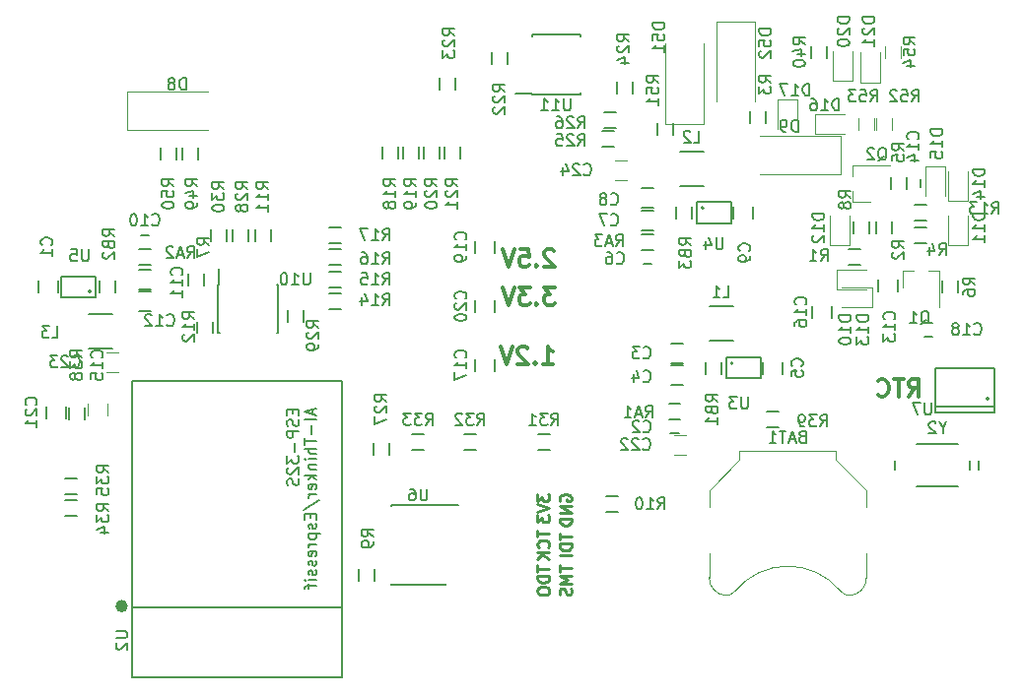
<source format=gbo>
G04 #@! TF.FileFunction,Legend,Bot*
%FSLAX46Y46*%
G04 Gerber Fmt 4.6, Leading zero omitted, Abs format (unit mm)*
G04 Created by KiCad (PCBNEW 4.0.7+dfsg1-1) date Wed Oct 11 10:43:22 2017*
%MOMM*%
%LPD*%
G01*
G04 APERTURE LIST*
%ADD10C,0.100000*%
%ADD11C,0.300000*%
%ADD12C,0.250000*%
%ADD13C,0.120000*%
%ADD14C,0.150000*%
%ADD15C,0.500000*%
%ADD16C,0.200000*%
G04 APERTURE END LIST*
D10*
D11*
X144502857Y-81823429D02*
X144431428Y-81752000D01*
X144288571Y-81680571D01*
X143931428Y-81680571D01*
X143788571Y-81752000D01*
X143717142Y-81823429D01*
X143645714Y-81966286D01*
X143645714Y-82109143D01*
X143717142Y-82323429D01*
X144574285Y-83180571D01*
X143645714Y-83180571D01*
X143002857Y-83037714D02*
X142931429Y-83109143D01*
X143002857Y-83180571D01*
X143074286Y-83109143D01*
X143002857Y-83037714D01*
X143002857Y-83180571D01*
X141574285Y-81680571D02*
X142288571Y-81680571D01*
X142360000Y-82394857D01*
X142288571Y-82323429D01*
X142145714Y-82252000D01*
X141788571Y-82252000D01*
X141645714Y-82323429D01*
X141574285Y-82394857D01*
X141502857Y-82537714D01*
X141502857Y-82894857D01*
X141574285Y-83037714D01*
X141645714Y-83109143D01*
X141788571Y-83180571D01*
X142145714Y-83180571D01*
X142288571Y-83109143D01*
X142360000Y-83037714D01*
X141074286Y-81680571D02*
X140574286Y-83180571D01*
X140074286Y-81680571D01*
X144574285Y-84982571D02*
X143645714Y-84982571D01*
X144145714Y-85554000D01*
X143931428Y-85554000D01*
X143788571Y-85625429D01*
X143717142Y-85696857D01*
X143645714Y-85839714D01*
X143645714Y-86196857D01*
X143717142Y-86339714D01*
X143788571Y-86411143D01*
X143931428Y-86482571D01*
X144360000Y-86482571D01*
X144502857Y-86411143D01*
X144574285Y-86339714D01*
X143002857Y-86339714D02*
X142931429Y-86411143D01*
X143002857Y-86482571D01*
X143074286Y-86411143D01*
X143002857Y-86339714D01*
X143002857Y-86482571D01*
X142431428Y-84982571D02*
X141502857Y-84982571D01*
X142002857Y-85554000D01*
X141788571Y-85554000D01*
X141645714Y-85625429D01*
X141574285Y-85696857D01*
X141502857Y-85839714D01*
X141502857Y-86196857D01*
X141574285Y-86339714D01*
X141645714Y-86411143D01*
X141788571Y-86482571D01*
X142217143Y-86482571D01*
X142360000Y-86411143D01*
X142431428Y-86339714D01*
X141074286Y-84982571D02*
X140574286Y-86482571D01*
X140074286Y-84982571D01*
X143518714Y-91562571D02*
X144375857Y-91562571D01*
X143947285Y-91562571D02*
X143947285Y-90062571D01*
X144090142Y-90276857D01*
X144233000Y-90419714D01*
X144375857Y-90491143D01*
X142875857Y-91419714D02*
X142804429Y-91491143D01*
X142875857Y-91562571D01*
X142947286Y-91491143D01*
X142875857Y-91419714D01*
X142875857Y-91562571D01*
X142233000Y-90205429D02*
X142161571Y-90134000D01*
X142018714Y-90062571D01*
X141661571Y-90062571D01*
X141518714Y-90134000D01*
X141447285Y-90205429D01*
X141375857Y-90348286D01*
X141375857Y-90491143D01*
X141447285Y-90705429D01*
X142304428Y-91562571D01*
X141375857Y-91562571D01*
X140947286Y-90062571D02*
X140447286Y-91562571D01*
X139947286Y-90062571D01*
D12*
X143082381Y-105854286D02*
X143082381Y-106425715D01*
X144082381Y-106140000D02*
X143082381Y-106140000D01*
X143987143Y-107330477D02*
X144034762Y-107282858D01*
X144082381Y-107140001D01*
X144082381Y-107044763D01*
X144034762Y-106901905D01*
X143939524Y-106806667D01*
X143844286Y-106759048D01*
X143653810Y-106711429D01*
X143510952Y-106711429D01*
X143320476Y-106759048D01*
X143225238Y-106806667D01*
X143130000Y-106901905D01*
X143082381Y-107044763D01*
X143082381Y-107140001D01*
X143130000Y-107282858D01*
X143177619Y-107330477D01*
X144082381Y-107759048D02*
X143082381Y-107759048D01*
X144082381Y-108330477D02*
X143510952Y-107901905D01*
X143082381Y-108330477D02*
X143653810Y-107759048D01*
X143082381Y-102726905D02*
X143082381Y-103345953D01*
X143463333Y-103012619D01*
X143463333Y-103155477D01*
X143510952Y-103250715D01*
X143558571Y-103298334D01*
X143653810Y-103345953D01*
X143891905Y-103345953D01*
X143987143Y-103298334D01*
X144034762Y-103250715D01*
X144082381Y-103155477D01*
X144082381Y-102869762D01*
X144034762Y-102774524D01*
X143987143Y-102726905D01*
X143082381Y-103631667D02*
X144082381Y-103965000D01*
X143082381Y-104298334D01*
X143082381Y-104536429D02*
X143082381Y-105155477D01*
X143463333Y-104822143D01*
X143463333Y-104965001D01*
X143510952Y-105060239D01*
X143558571Y-105107858D01*
X143653810Y-105155477D01*
X143891905Y-105155477D01*
X143987143Y-105107858D01*
X144034762Y-105060239D01*
X144082381Y-104965001D01*
X144082381Y-104679286D01*
X144034762Y-104584048D01*
X143987143Y-104536429D01*
X143082381Y-108878476D02*
X143082381Y-109449905D01*
X144082381Y-109164190D02*
X143082381Y-109164190D01*
X144082381Y-109783238D02*
X143082381Y-109783238D01*
X143082381Y-110021333D01*
X143130000Y-110164191D01*
X143225238Y-110259429D01*
X143320476Y-110307048D01*
X143510952Y-110354667D01*
X143653810Y-110354667D01*
X143844286Y-110307048D01*
X143939524Y-110259429D01*
X144034762Y-110164191D01*
X144082381Y-110021333D01*
X144082381Y-109783238D01*
X143082381Y-110973714D02*
X143082381Y-111164191D01*
X143130000Y-111259429D01*
X143225238Y-111354667D01*
X143415714Y-111402286D01*
X143749048Y-111402286D01*
X143939524Y-111354667D01*
X144034762Y-111259429D01*
X144082381Y-111164191D01*
X144082381Y-110973714D01*
X144034762Y-110878476D01*
X143939524Y-110783238D01*
X143749048Y-110735619D01*
X143415714Y-110735619D01*
X143225238Y-110783238D01*
X143130000Y-110878476D01*
X143082381Y-110973714D01*
X145035000Y-103330096D02*
X144987381Y-103234858D01*
X144987381Y-103092001D01*
X145035000Y-102949143D01*
X145130238Y-102853905D01*
X145225476Y-102806286D01*
X145415952Y-102758667D01*
X145558810Y-102758667D01*
X145749286Y-102806286D01*
X145844524Y-102853905D01*
X145939762Y-102949143D01*
X145987381Y-103092001D01*
X145987381Y-103187239D01*
X145939762Y-103330096D01*
X145892143Y-103377715D01*
X145558810Y-103377715D01*
X145558810Y-103187239D01*
X145987381Y-103806286D02*
X144987381Y-103806286D01*
X145987381Y-104377715D01*
X144987381Y-104377715D01*
X145987381Y-104853905D02*
X144987381Y-104853905D01*
X144987381Y-105092000D01*
X145035000Y-105234858D01*
X145130238Y-105330096D01*
X145225476Y-105377715D01*
X145415952Y-105425334D01*
X145558810Y-105425334D01*
X145749286Y-105377715D01*
X145844524Y-105330096D01*
X145939762Y-105234858D01*
X145987381Y-105092000D01*
X145987381Y-104853905D01*
X144987381Y-106116191D02*
X144987381Y-106687620D01*
X145987381Y-106401905D02*
X144987381Y-106401905D01*
X145987381Y-107020953D02*
X144987381Y-107020953D01*
X144987381Y-107259048D01*
X145035000Y-107401906D01*
X145130238Y-107497144D01*
X145225476Y-107544763D01*
X145415952Y-107592382D01*
X145558810Y-107592382D01*
X145749286Y-107544763D01*
X145844524Y-107497144D01*
X145939762Y-107401906D01*
X145987381Y-107259048D01*
X145987381Y-107020953D01*
X145987381Y-108020953D02*
X144987381Y-108020953D01*
X144987381Y-108854667D02*
X144987381Y-109426096D01*
X145987381Y-109140381D02*
X144987381Y-109140381D01*
X145987381Y-109759429D02*
X144987381Y-109759429D01*
X145701667Y-110092763D01*
X144987381Y-110426096D01*
X145987381Y-110426096D01*
X145939762Y-110854667D02*
X145987381Y-110997524D01*
X145987381Y-111235620D01*
X145939762Y-111330858D01*
X145892143Y-111378477D01*
X145796905Y-111426096D01*
X145701667Y-111426096D01*
X145606429Y-111378477D01*
X145558810Y-111330858D01*
X145511190Y-111235620D01*
X145463571Y-111045143D01*
X145415952Y-110949905D01*
X145368333Y-110902286D01*
X145273095Y-110854667D01*
X145177857Y-110854667D01*
X145082619Y-110902286D01*
X145035000Y-110949905D01*
X144987381Y-111045143D01*
X144987381Y-111283239D01*
X145035000Y-111426096D01*
D11*
X174967142Y-94356571D02*
X175467142Y-93642286D01*
X175824285Y-94356571D02*
X175824285Y-92856571D01*
X175252857Y-92856571D01*
X175109999Y-92928000D01*
X175038571Y-92999429D01*
X174967142Y-93142286D01*
X174967142Y-93356571D01*
X175038571Y-93499429D01*
X175109999Y-93570857D01*
X175252857Y-93642286D01*
X175824285Y-93642286D01*
X174538571Y-92856571D02*
X173681428Y-92856571D01*
X174109999Y-94356571D02*
X174109999Y-92856571D01*
X172324285Y-94213714D02*
X172395714Y-94285143D01*
X172610000Y-94356571D01*
X172752857Y-94356571D01*
X172967142Y-94285143D01*
X173110000Y-94142286D01*
X173181428Y-93999429D01*
X173252857Y-93713714D01*
X173252857Y-93499429D01*
X173181428Y-93213714D01*
X173110000Y-93070857D01*
X172967142Y-92928000D01*
X172752857Y-92856571D01*
X172610000Y-92856571D01*
X172395714Y-92928000D01*
X172324285Y-92999429D01*
D13*
X157345000Y-70900000D02*
X154045000Y-70900000D01*
X154045000Y-70900000D02*
X154045000Y-64000000D01*
X157345000Y-70900000D02*
X157345000Y-64000000D01*
D14*
X153369000Y-70826000D02*
X153369000Y-71826000D01*
X154719000Y-71826000D02*
X154719000Y-70826000D01*
X157870000Y-89565000D02*
X159870000Y-89565000D01*
X159870000Y-86615000D02*
X157870000Y-86615000D01*
X159886803Y-91500000D02*
G75*
G03X159886803Y-91500000I-111803J0D01*
G01*
X159275000Y-92800000D02*
X162275000Y-92800000D01*
X162275000Y-92800000D02*
X162275000Y-91000000D01*
X162275000Y-91000000D02*
X159275000Y-91000000D01*
X159275000Y-91000000D02*
X159275000Y-92800000D01*
X155330000Y-76230000D02*
X157330000Y-76230000D01*
X157330000Y-73280000D02*
X155330000Y-73280000D01*
X157346803Y-78135000D02*
G75*
G03X157346803Y-78135000I-111803J0D01*
G01*
X156735000Y-79435000D02*
X159735000Y-79435000D01*
X159735000Y-79435000D02*
X159735000Y-77635000D01*
X159735000Y-77635000D02*
X156735000Y-77635000D01*
X156735000Y-77635000D02*
X156735000Y-79435000D01*
X106530000Y-87250000D02*
X104530000Y-87250000D01*
X104530000Y-90200000D02*
X106530000Y-90200000D01*
X104736803Y-85315000D02*
G75*
G03X104736803Y-85315000I-111803J0D01*
G01*
X105125000Y-84015000D02*
X102125000Y-84015000D01*
X102125000Y-84015000D02*
X102125000Y-85815000D01*
X102125000Y-85815000D02*
X105125000Y-85815000D01*
X105125000Y-85815000D02*
X105125000Y-84015000D01*
X100235000Y-85415000D02*
X100235000Y-84415000D01*
X101935000Y-84415000D02*
X101935000Y-85415000D01*
X155560000Y-91480000D02*
X154560000Y-91480000D01*
X154560000Y-89780000D02*
X155560000Y-89780000D01*
X155560000Y-93385000D02*
X154560000Y-93385000D01*
X154560000Y-91685000D02*
X155560000Y-91685000D01*
X164165000Y-91400000D02*
X164165000Y-92400000D01*
X162465000Y-92400000D02*
X162465000Y-91400000D01*
X153020000Y-80050000D02*
X152020000Y-80050000D01*
X152020000Y-78350000D02*
X153020000Y-78350000D01*
X153020000Y-78145000D02*
X152020000Y-78145000D01*
X152020000Y-76445000D02*
X153020000Y-76445000D01*
X161625000Y-78065000D02*
X161625000Y-79065000D01*
X159925000Y-79065000D02*
X159925000Y-78065000D01*
X108840000Y-83430000D02*
X109840000Y-83430000D01*
X109840000Y-85130000D02*
X108840000Y-85130000D01*
X108840000Y-85335000D02*
X109840000Y-85335000D01*
X109840000Y-87035000D02*
X108840000Y-87035000D01*
X181857000Y-94567000D02*
G75*
G03X181857000Y-94567000I-127000J0D01*
G01*
X182365000Y-95202000D02*
X177285000Y-95202000D01*
X182365000Y-91900000D02*
X177285000Y-91900000D01*
X182365000Y-95710000D02*
X177285000Y-95710000D01*
X182365000Y-95710000D02*
X182365000Y-91900000D01*
X177285000Y-95710000D02*
X177285000Y-91900000D01*
X174071000Y-84288000D02*
X174071000Y-85288000D01*
X172371000Y-85288000D02*
X172371000Y-84288000D01*
D13*
X174435000Y-83520000D02*
X175365000Y-83520000D01*
X177595000Y-83520000D02*
X176665000Y-83520000D01*
X177595000Y-83520000D02*
X177595000Y-86680000D01*
X174435000Y-83520000D02*
X174435000Y-84980000D01*
X170175000Y-77605000D02*
X170175000Y-76675000D01*
X170175000Y-74445000D02*
X170175000Y-75375000D01*
X170175000Y-74445000D02*
X173335000Y-74445000D01*
X170175000Y-77605000D02*
X171635000Y-77605000D01*
D14*
X154510000Y-97510000D02*
X155210000Y-97510000D01*
X155210000Y-96310000D02*
X154510000Y-96310000D01*
X152170000Y-82975000D02*
X152870000Y-82975000D01*
X152870000Y-81775000D02*
X152170000Y-81775000D01*
X109690000Y-80505000D02*
X108990000Y-80505000D01*
X108990000Y-81705000D02*
X109690000Y-81705000D01*
X174780000Y-75675000D02*
X174780000Y-76375000D01*
X175980000Y-76375000D02*
X175980000Y-75675000D01*
X170800000Y-81700000D02*
X169800000Y-81700000D01*
X169800000Y-83050000D02*
X170800000Y-83050000D01*
X172165000Y-79335000D02*
X172165000Y-80335000D01*
X173515000Y-80335000D02*
X173515000Y-79335000D01*
X175515000Y-81145000D02*
X176515000Y-81145000D01*
X176515000Y-79795000D02*
X175515000Y-79795000D01*
X174785000Y-76525000D02*
X174785000Y-75525000D01*
X173435000Y-75525000D02*
X173435000Y-76525000D01*
X179230000Y-85415000D02*
X179230000Y-84415000D01*
X177880000Y-84415000D02*
X177880000Y-85415000D01*
X114460000Y-84780000D02*
X114460000Y-83780000D01*
X113110000Y-83780000D02*
X113110000Y-84780000D01*
X170260000Y-79335000D02*
X170260000Y-80335000D01*
X171610000Y-80335000D02*
X171610000Y-79335000D01*
X129065000Y-110180000D02*
X129065000Y-109180000D01*
X127715000Y-109180000D02*
X127715000Y-110180000D01*
X148972000Y-104259000D02*
X149972000Y-104259000D01*
X149972000Y-102909000D02*
X148972000Y-102909000D01*
X175515000Y-79240000D02*
X176515000Y-79240000D01*
X176515000Y-77890000D02*
X175515000Y-77890000D01*
X155360000Y-94965000D02*
X154360000Y-94965000D01*
X154360000Y-96315000D02*
X155360000Y-96315000D01*
X108840000Y-83050000D02*
X109840000Y-83050000D01*
X109840000Y-81700000D02*
X108840000Y-81700000D01*
X153020000Y-80430000D02*
X152020000Y-80430000D01*
X152020000Y-81780000D02*
X153020000Y-81780000D01*
X158910000Y-92400000D02*
X158910000Y-91400000D01*
X157560000Y-91400000D02*
X157560000Y-92400000D01*
X105490000Y-84415000D02*
X105490000Y-85415000D01*
X106840000Y-85415000D02*
X106840000Y-84415000D01*
X156370000Y-79065000D02*
X156370000Y-78065000D01*
X155020000Y-78065000D02*
X155020000Y-79065000D01*
X125182000Y-86860000D02*
X126182000Y-86860000D01*
X126182000Y-85510000D02*
X125182000Y-85510000D01*
X125182000Y-84954000D02*
X126182000Y-84954000D01*
X126182000Y-83604000D02*
X125182000Y-83604000D01*
X125182000Y-83050000D02*
X126182000Y-83050000D01*
X126182000Y-81700000D02*
X125182000Y-81700000D01*
X125182000Y-81145000D02*
X126182000Y-81145000D01*
X126182000Y-79795000D02*
X125182000Y-79795000D01*
X129747000Y-72858000D02*
X129747000Y-73858000D01*
X131097000Y-73858000D02*
X131097000Y-72858000D01*
X131525000Y-72858000D02*
X131525000Y-73858000D01*
X132875000Y-73858000D02*
X132875000Y-72858000D01*
X133303000Y-72858000D02*
X133303000Y-73858000D01*
X134653000Y-73858000D02*
X134653000Y-72858000D01*
X135081000Y-72858000D02*
X135081000Y-73858000D01*
X136431000Y-73858000D02*
X136431000Y-72858000D01*
X115655000Y-84745000D02*
X115705000Y-84745000D01*
X115655000Y-88895000D02*
X115800000Y-88895000D01*
X120805000Y-88895000D02*
X120660000Y-88895000D01*
X120805000Y-84745000D02*
X120660000Y-84745000D01*
X115655000Y-84745000D02*
X115655000Y-88895000D01*
X120805000Y-84745000D02*
X120805000Y-88895000D01*
X115705000Y-84745000D02*
X115705000Y-83345000D01*
X176300000Y-89198000D02*
X177000000Y-89198000D01*
X177000000Y-87998000D02*
X176300000Y-87998000D01*
X142605000Y-68375000D02*
X142605000Y-68325000D01*
X146755000Y-68375000D02*
X146755000Y-68230000D01*
X146755000Y-63225000D02*
X146755000Y-63370000D01*
X142605000Y-63225000D02*
X142605000Y-63370000D01*
X142605000Y-68375000D02*
X146755000Y-68375000D01*
X142605000Y-63225000D02*
X146755000Y-63225000D01*
X142605000Y-68325000D02*
X141205000Y-68325000D01*
D15*
X107638415Y-112384338D02*
G75*
G03X107638415Y-112384338I-283981J0D01*
G01*
D14*
X126260434Y-112530338D02*
X108260434Y-112530338D01*
X108260434Y-118530338D02*
X108260434Y-93030338D01*
X126260434Y-118530338D02*
X126260434Y-93030338D01*
X126260434Y-93030338D02*
X108260434Y-93030338D01*
X126260434Y-118530338D02*
X108260434Y-118530338D01*
X161370000Y-69810000D02*
X161370000Y-70810000D01*
X162720000Y-70810000D02*
X162720000Y-69810000D01*
X139145000Y-64730000D02*
X139145000Y-65730000D01*
X140495000Y-65730000D02*
X140495000Y-64730000D01*
X134700000Y-66932000D02*
X134700000Y-67932000D01*
X136050000Y-67932000D02*
X136050000Y-66932000D01*
X149940000Y-67270000D02*
X149940000Y-68270000D01*
X151290000Y-68270000D02*
X151290000Y-67270000D01*
X148675000Y-72890000D02*
X149675000Y-72890000D01*
X149675000Y-71540000D02*
X148675000Y-71540000D01*
X148780000Y-71275000D02*
X149780000Y-71275000D01*
X149780000Y-69925000D02*
X148780000Y-69925000D01*
X130510000Y-103690000D02*
X130510000Y-103790000D01*
X130510000Y-110515000D02*
X130510000Y-110490000D01*
X135160000Y-110515000D02*
X135160000Y-110490000D01*
X136235000Y-103690000D02*
X130510000Y-103690000D01*
X135160000Y-110515000D02*
X130510000Y-110515000D01*
X120175000Y-80970000D02*
X120175000Y-79970000D01*
X118825000Y-79970000D02*
X118825000Y-80970000D01*
X113805000Y-87900000D02*
X113805000Y-88900000D01*
X115155000Y-88900000D02*
X115155000Y-87900000D01*
X128985000Y-98385000D02*
X128985000Y-99385000D01*
X130335000Y-99385000D02*
X130335000Y-98385000D01*
X118270000Y-80970000D02*
X118270000Y-79970000D01*
X116920000Y-79970000D02*
X116920000Y-80970000D01*
X122955000Y-87900000D02*
X122955000Y-86900000D01*
X121605000Y-86900000D02*
X121605000Y-87900000D01*
X116365000Y-80970000D02*
X116365000Y-79970000D01*
X115015000Y-79970000D02*
X115015000Y-80970000D01*
X143130000Y-98925000D02*
X144130000Y-98925000D01*
X144130000Y-97575000D02*
X143130000Y-97575000D01*
X136780000Y-98925000D02*
X137780000Y-98925000D01*
X137780000Y-97575000D02*
X136780000Y-97575000D01*
X132335000Y-98925000D02*
X133335000Y-98925000D01*
X133335000Y-97575000D02*
X132335000Y-97575000D01*
X103490000Y-103290000D02*
X102490000Y-103290000D01*
X102490000Y-104640000D02*
X103490000Y-104640000D01*
X103490000Y-101385000D02*
X102490000Y-101385000D01*
X102490000Y-102735000D02*
X103490000Y-102735000D01*
X102823000Y-95294000D02*
X102823000Y-96294000D01*
X104173000Y-96294000D02*
X104173000Y-95294000D01*
X168356000Y-86574000D02*
X168356000Y-87574000D01*
X166656000Y-87574000D02*
X166656000Y-86574000D01*
X162815000Y-97020000D02*
X163815000Y-97020000D01*
X163815000Y-95670000D02*
X162815000Y-95670000D01*
X166577000Y-64222000D02*
X166577000Y-65222000D01*
X167927000Y-65222000D02*
X167927000Y-64222000D01*
X137700000Y-92146000D02*
X137700000Y-91146000D01*
X139400000Y-91146000D02*
X139400000Y-92146000D01*
X139400000Y-80986000D02*
X139400000Y-81986000D01*
X137700000Y-81986000D02*
X137700000Y-80986000D01*
X137700000Y-87066000D02*
X137700000Y-86066000D01*
X139400000Y-86066000D02*
X139400000Y-87066000D01*
X100870000Y-96210000D02*
X100870000Y-95210000D01*
X102570000Y-95210000D02*
X102570000Y-96210000D01*
X112602000Y-72985000D02*
X112602000Y-73985000D01*
X113952000Y-73985000D02*
X113952000Y-72985000D01*
X110697000Y-72985000D02*
X110697000Y-73985000D01*
X112047000Y-73985000D02*
X112047000Y-72985000D01*
D13*
X172160000Y-70445000D02*
X172160000Y-71445000D01*
X173520000Y-71445000D02*
X173520000Y-70445000D01*
X170636000Y-70445000D02*
X170636000Y-71445000D01*
X171996000Y-71445000D02*
X171996000Y-70445000D01*
X159170385Y-111454160D02*
G75*
G03X160085000Y-111070000I124615J984160D01*
G01*
X169999615Y-111454160D02*
G75*
G02X169085000Y-111070000I-124615J984160D01*
G01*
X160094339Y-111058671D02*
G75*
G02X169085000Y-111070000I4490661J-3711329D01*
G01*
X157835000Y-109920000D02*
G75*
G03X159285000Y-111470000I1500000J-50000D01*
G01*
X171335000Y-109920000D02*
G75*
G02X169885000Y-111470000I-1500000J-50000D01*
G01*
X157835000Y-107870000D02*
X157835000Y-109970000D01*
X171335000Y-107870000D02*
X171335000Y-109970000D01*
X171335000Y-103870000D02*
X171335000Y-102420000D01*
X171335000Y-102420000D02*
X168735000Y-99820000D01*
X168735000Y-99820000D02*
X168735000Y-99020000D01*
X168735000Y-99020000D02*
X160435000Y-99020000D01*
X160435000Y-99020000D02*
X160435000Y-99820000D01*
X160435000Y-99820000D02*
X157835000Y-102420000D01*
X157835000Y-102420000D02*
X157835000Y-103870000D01*
D14*
X173812000Y-99882000D02*
X173812000Y-100682000D01*
X179212000Y-98482000D02*
X175612000Y-98482000D01*
X179212000Y-102082000D02*
X175612000Y-102082000D01*
X180212000Y-99882000D02*
X180212000Y-100682000D01*
X181012000Y-99882000D02*
X181012000Y-100682000D01*
D13*
X176435000Y-74525000D02*
X178135000Y-74525000D01*
X178135000Y-74525000D02*
X178135000Y-77075000D01*
X176435000Y-74525000D02*
X176435000Y-77075000D01*
X106126000Y-94956000D02*
X106126000Y-95956000D01*
X104426000Y-95956000D02*
X104426000Y-94956000D01*
X168800000Y-85130000D02*
X168800000Y-83430000D01*
X168800000Y-83430000D02*
X171350000Y-83430000D01*
X168800000Y-85130000D02*
X171350000Y-85130000D01*
X180040000Y-81335000D02*
X178340000Y-81335000D01*
X178340000Y-81335000D02*
X178340000Y-78785000D01*
X180040000Y-81335000D02*
X180040000Y-78785000D01*
X169880000Y-81335000D02*
X168180000Y-81335000D01*
X168180000Y-81335000D02*
X168180000Y-78785000D01*
X169880000Y-81335000D02*
X169880000Y-78785000D01*
X171800000Y-84954000D02*
X171800000Y-86654000D01*
X171800000Y-86654000D02*
X169250000Y-86654000D01*
X171800000Y-84954000D02*
X169250000Y-84954000D01*
X180040000Y-77525000D02*
X178340000Y-77525000D01*
X178340000Y-77525000D02*
X178340000Y-74975000D01*
X180040000Y-77525000D02*
X180040000Y-74975000D01*
X166895000Y-71795000D02*
X166895000Y-70095000D01*
X166895000Y-70095000D02*
X169445000Y-70095000D01*
X166895000Y-71795000D02*
X169445000Y-71795000D01*
X163735000Y-68810000D02*
X165435000Y-68810000D01*
X165435000Y-68810000D02*
X165435000Y-71360000D01*
X163735000Y-68810000D02*
X163735000Y-71360000D01*
X170134000Y-67238000D02*
X168434000Y-67238000D01*
X168434000Y-67238000D02*
X168434000Y-64688000D01*
X170134000Y-67238000D02*
X170134000Y-64688000D01*
X172547000Y-67331000D02*
X170847000Y-67331000D01*
X170847000Y-67331000D02*
X170847000Y-64781000D01*
X172547000Y-67331000D02*
X172547000Y-64781000D01*
X107861000Y-71452000D02*
X107861000Y-68152000D01*
X107861000Y-68152000D02*
X114761000Y-68152000D01*
X107861000Y-71452000D02*
X114761000Y-71452000D01*
X169112000Y-71962000D02*
X169112000Y-75262000D01*
X169112000Y-75262000D02*
X162212000Y-75262000D01*
X169112000Y-71962000D02*
X162212000Y-71962000D01*
X158490000Y-62100000D02*
X161790000Y-62100000D01*
X161790000Y-62100000D02*
X161790000Y-69000000D01*
X158490000Y-62100000D02*
X158490000Y-69000000D01*
X155814000Y-99354000D02*
X154814000Y-99354000D01*
X154814000Y-97654000D02*
X155814000Y-97654000D01*
X106046000Y-90542000D02*
X107046000Y-90542000D01*
X107046000Y-92242000D02*
X106046000Y-92242000D01*
X149734000Y-74032000D02*
X150734000Y-74032000D01*
X150734000Y-75732000D02*
X149734000Y-75732000D01*
X172922000Y-64222000D02*
X172922000Y-65222000D01*
X174282000Y-65222000D02*
X174282000Y-64222000D01*
D14*
X153988381Y-62237714D02*
X152988381Y-62237714D01*
X152988381Y-62475809D01*
X153036000Y-62618667D01*
X153131238Y-62713905D01*
X153226476Y-62761524D01*
X153416952Y-62809143D01*
X153559810Y-62809143D01*
X153750286Y-62761524D01*
X153845524Y-62713905D01*
X153940762Y-62618667D01*
X153988381Y-62475809D01*
X153988381Y-62237714D01*
X152988381Y-63713905D02*
X152988381Y-63237714D01*
X153464571Y-63190095D01*
X153416952Y-63237714D01*
X153369333Y-63332952D01*
X153369333Y-63571048D01*
X153416952Y-63666286D01*
X153464571Y-63713905D01*
X153559810Y-63761524D01*
X153797905Y-63761524D01*
X153893143Y-63713905D01*
X153940762Y-63666286D01*
X153988381Y-63571048D01*
X153988381Y-63332952D01*
X153940762Y-63237714D01*
X153893143Y-63190095D01*
X153988381Y-64713905D02*
X153988381Y-64142476D01*
X153988381Y-64428190D02*
X152988381Y-64428190D01*
X153131238Y-64332952D01*
X153226476Y-64237714D01*
X153274095Y-64142476D01*
X153480381Y-67381143D02*
X153004190Y-67047809D01*
X153480381Y-66809714D02*
X152480381Y-66809714D01*
X152480381Y-67190667D01*
X152528000Y-67285905D01*
X152575619Y-67333524D01*
X152670857Y-67381143D01*
X152813714Y-67381143D01*
X152908952Y-67333524D01*
X152956571Y-67285905D01*
X153004190Y-67190667D01*
X153004190Y-66809714D01*
X152480381Y-68285905D02*
X152480381Y-67809714D01*
X152956571Y-67762095D01*
X152908952Y-67809714D01*
X152861333Y-67904952D01*
X152861333Y-68143048D01*
X152908952Y-68238286D01*
X152956571Y-68285905D01*
X153051810Y-68333524D01*
X153289905Y-68333524D01*
X153385143Y-68285905D01*
X153432762Y-68238286D01*
X153480381Y-68143048D01*
X153480381Y-67904952D01*
X153432762Y-67809714D01*
X153385143Y-67762095D01*
X153480381Y-69285905D02*
X153480381Y-68714476D01*
X153480381Y-69000190D02*
X152480381Y-69000190D01*
X152623238Y-68904952D01*
X152718476Y-68809714D01*
X152766095Y-68714476D01*
X159036666Y-85842381D02*
X159512857Y-85842381D01*
X159512857Y-84842381D01*
X158179523Y-85842381D02*
X158750952Y-85842381D01*
X158465238Y-85842381D02*
X158465238Y-84842381D01*
X158560476Y-84985238D01*
X158655714Y-85080476D01*
X158750952Y-85128095D01*
D16*
X161155905Y-94400381D02*
X161155905Y-95209905D01*
X161108286Y-95305143D01*
X161060667Y-95352762D01*
X160965429Y-95400381D01*
X160774952Y-95400381D01*
X160679714Y-95352762D01*
X160632095Y-95305143D01*
X160584476Y-95209905D01*
X160584476Y-94400381D01*
X160203524Y-94400381D02*
X159584476Y-94400381D01*
X159917810Y-94781333D01*
X159774952Y-94781333D01*
X159679714Y-94828952D01*
X159632095Y-94876571D01*
X159584476Y-94971810D01*
X159584476Y-95209905D01*
X159632095Y-95305143D01*
X159679714Y-95352762D01*
X159774952Y-95400381D01*
X160060667Y-95400381D01*
X160155905Y-95352762D01*
X160203524Y-95305143D01*
D14*
X156496666Y-72507381D02*
X156972857Y-72507381D01*
X156972857Y-71507381D01*
X156210952Y-71602619D02*
X156163333Y-71555000D01*
X156068095Y-71507381D01*
X155829999Y-71507381D01*
X155734761Y-71555000D01*
X155687142Y-71602619D01*
X155639523Y-71697857D01*
X155639523Y-71793095D01*
X155687142Y-71935952D01*
X156258571Y-72507381D01*
X155639523Y-72507381D01*
D16*
X158996905Y-80684381D02*
X158996905Y-81493905D01*
X158949286Y-81589143D01*
X158901667Y-81636762D01*
X158806429Y-81684381D01*
X158615952Y-81684381D01*
X158520714Y-81636762D01*
X158473095Y-81589143D01*
X158425476Y-81493905D01*
X158425476Y-80684381D01*
X157520714Y-81017714D02*
X157520714Y-81684381D01*
X157758810Y-80636762D02*
X157996905Y-81351048D01*
X157377857Y-81351048D01*
D14*
X101378666Y-89304381D02*
X101854857Y-89304381D01*
X101854857Y-88304381D01*
X101140571Y-88304381D02*
X100521523Y-88304381D01*
X100854857Y-88685333D01*
X100711999Y-88685333D01*
X100616761Y-88732952D01*
X100569142Y-88780571D01*
X100521523Y-88875810D01*
X100521523Y-89113905D01*
X100569142Y-89209143D01*
X100616761Y-89256762D01*
X100711999Y-89304381D01*
X100997714Y-89304381D01*
X101092952Y-89256762D01*
X101140571Y-89209143D01*
D16*
X104513905Y-81700381D02*
X104513905Y-82509905D01*
X104466286Y-82605143D01*
X104418667Y-82652762D01*
X104323429Y-82700381D01*
X104132952Y-82700381D01*
X104037714Y-82652762D01*
X103990095Y-82605143D01*
X103942476Y-82509905D01*
X103942476Y-81700381D01*
X102990095Y-81700381D02*
X103466286Y-81700381D01*
X103513905Y-82176571D01*
X103466286Y-82128952D01*
X103371048Y-82081333D01*
X103132952Y-82081333D01*
X103037714Y-82128952D01*
X102990095Y-82176571D01*
X102942476Y-82271810D01*
X102942476Y-82509905D01*
X102990095Y-82605143D01*
X103037714Y-82652762D01*
X103132952Y-82700381D01*
X103371048Y-82700381D01*
X103466286Y-82652762D01*
X103513905Y-82605143D01*
D14*
X101315143Y-81319334D02*
X101362762Y-81271715D01*
X101410381Y-81128858D01*
X101410381Y-81033620D01*
X101362762Y-80890762D01*
X101267524Y-80795524D01*
X101172286Y-80747905D01*
X100981810Y-80700286D01*
X100838952Y-80700286D01*
X100648476Y-80747905D01*
X100553238Y-80795524D01*
X100458000Y-80890762D01*
X100410381Y-81033620D01*
X100410381Y-81128858D01*
X100458000Y-81271715D01*
X100505619Y-81319334D01*
X101410381Y-82271715D02*
X101410381Y-81700286D01*
X101410381Y-81986000D02*
X100410381Y-81986000D01*
X100553238Y-81890762D01*
X100648476Y-81795524D01*
X100696095Y-81700286D01*
X152178666Y-90987143D02*
X152226285Y-91034762D01*
X152369142Y-91082381D01*
X152464380Y-91082381D01*
X152607238Y-91034762D01*
X152702476Y-90939524D01*
X152750095Y-90844286D01*
X152797714Y-90653810D01*
X152797714Y-90510952D01*
X152750095Y-90320476D01*
X152702476Y-90225238D01*
X152607238Y-90130000D01*
X152464380Y-90082381D01*
X152369142Y-90082381D01*
X152226285Y-90130000D01*
X152178666Y-90177619D01*
X151845333Y-90082381D02*
X151226285Y-90082381D01*
X151559619Y-90463333D01*
X151416761Y-90463333D01*
X151321523Y-90510952D01*
X151273904Y-90558571D01*
X151226285Y-90653810D01*
X151226285Y-90891905D01*
X151273904Y-90987143D01*
X151321523Y-91034762D01*
X151416761Y-91082381D01*
X151702476Y-91082381D01*
X151797714Y-91034762D01*
X151845333Y-90987143D01*
X152178666Y-93019143D02*
X152226285Y-93066762D01*
X152369142Y-93114381D01*
X152464380Y-93114381D01*
X152607238Y-93066762D01*
X152702476Y-92971524D01*
X152750095Y-92876286D01*
X152797714Y-92685810D01*
X152797714Y-92542952D01*
X152750095Y-92352476D01*
X152702476Y-92257238D01*
X152607238Y-92162000D01*
X152464380Y-92114381D01*
X152369142Y-92114381D01*
X152226285Y-92162000D01*
X152178666Y-92209619D01*
X151321523Y-92447714D02*
X151321523Y-93114381D01*
X151559619Y-92066762D02*
X151797714Y-92781048D01*
X151178666Y-92781048D01*
X165772143Y-91733334D02*
X165819762Y-91685715D01*
X165867381Y-91542858D01*
X165867381Y-91447620D01*
X165819762Y-91304762D01*
X165724524Y-91209524D01*
X165629286Y-91161905D01*
X165438810Y-91114286D01*
X165295952Y-91114286D01*
X165105476Y-91161905D01*
X165010238Y-91209524D01*
X164915000Y-91304762D01*
X164867381Y-91447620D01*
X164867381Y-91542858D01*
X164915000Y-91685715D01*
X164962619Y-91733334D01*
X164867381Y-92638096D02*
X164867381Y-92161905D01*
X165343571Y-92114286D01*
X165295952Y-92161905D01*
X165248333Y-92257143D01*
X165248333Y-92495239D01*
X165295952Y-92590477D01*
X165343571Y-92638096D01*
X165438810Y-92685715D01*
X165676905Y-92685715D01*
X165772143Y-92638096D01*
X165819762Y-92590477D01*
X165867381Y-92495239D01*
X165867381Y-92257143D01*
X165819762Y-92161905D01*
X165772143Y-92114286D01*
X149384666Y-79557143D02*
X149432285Y-79604762D01*
X149575142Y-79652381D01*
X149670380Y-79652381D01*
X149813238Y-79604762D01*
X149908476Y-79509524D01*
X149956095Y-79414286D01*
X150003714Y-79223810D01*
X150003714Y-79080952D01*
X149956095Y-78890476D01*
X149908476Y-78795238D01*
X149813238Y-78700000D01*
X149670380Y-78652381D01*
X149575142Y-78652381D01*
X149432285Y-78700000D01*
X149384666Y-78747619D01*
X149051333Y-78652381D02*
X148384666Y-78652381D01*
X148813238Y-79652381D01*
X149384666Y-77779143D02*
X149432285Y-77826762D01*
X149575142Y-77874381D01*
X149670380Y-77874381D01*
X149813238Y-77826762D01*
X149908476Y-77731524D01*
X149956095Y-77636286D01*
X150003714Y-77445810D01*
X150003714Y-77302952D01*
X149956095Y-77112476D01*
X149908476Y-77017238D01*
X149813238Y-76922000D01*
X149670380Y-76874381D01*
X149575142Y-76874381D01*
X149432285Y-76922000D01*
X149384666Y-76969619D01*
X148813238Y-77302952D02*
X148908476Y-77255333D01*
X148956095Y-77207714D01*
X149003714Y-77112476D01*
X149003714Y-77064857D01*
X148956095Y-76969619D01*
X148908476Y-76922000D01*
X148813238Y-76874381D01*
X148622761Y-76874381D01*
X148527523Y-76922000D01*
X148479904Y-76969619D01*
X148432285Y-77064857D01*
X148432285Y-77112476D01*
X148479904Y-77207714D01*
X148527523Y-77255333D01*
X148622761Y-77302952D01*
X148813238Y-77302952D01*
X148908476Y-77350571D01*
X148956095Y-77398190D01*
X149003714Y-77493429D01*
X149003714Y-77683905D01*
X148956095Y-77779143D01*
X148908476Y-77826762D01*
X148813238Y-77874381D01*
X148622761Y-77874381D01*
X148527523Y-77826762D01*
X148479904Y-77779143D01*
X148432285Y-77683905D01*
X148432285Y-77493429D01*
X148479904Y-77398190D01*
X148527523Y-77350571D01*
X148622761Y-77302952D01*
X161259143Y-81827334D02*
X161306762Y-81779715D01*
X161354381Y-81636858D01*
X161354381Y-81541620D01*
X161306762Y-81398762D01*
X161211524Y-81303524D01*
X161116286Y-81255905D01*
X160925810Y-81208286D01*
X160782952Y-81208286D01*
X160592476Y-81255905D01*
X160497238Y-81303524D01*
X160402000Y-81398762D01*
X160354381Y-81541620D01*
X160354381Y-81636858D01*
X160402000Y-81779715D01*
X160449619Y-81827334D01*
X161354381Y-82303524D02*
X161354381Y-82494000D01*
X161306762Y-82589239D01*
X161259143Y-82636858D01*
X161116286Y-82732096D01*
X160925810Y-82779715D01*
X160544857Y-82779715D01*
X160449619Y-82732096D01*
X160402000Y-82684477D01*
X160354381Y-82589239D01*
X160354381Y-82398762D01*
X160402000Y-82303524D01*
X160449619Y-82255905D01*
X160544857Y-82208286D01*
X160782952Y-82208286D01*
X160878190Y-82255905D01*
X160925810Y-82303524D01*
X160973429Y-82398762D01*
X160973429Y-82589239D01*
X160925810Y-82684477D01*
X160878190Y-82732096D01*
X160782952Y-82779715D01*
X112491143Y-83891143D02*
X112538762Y-83843524D01*
X112586381Y-83700667D01*
X112586381Y-83605429D01*
X112538762Y-83462571D01*
X112443524Y-83367333D01*
X112348286Y-83319714D01*
X112157810Y-83272095D01*
X112014952Y-83272095D01*
X111824476Y-83319714D01*
X111729238Y-83367333D01*
X111634000Y-83462571D01*
X111586381Y-83605429D01*
X111586381Y-83700667D01*
X111634000Y-83843524D01*
X111681619Y-83891143D01*
X112586381Y-84843524D02*
X112586381Y-84272095D01*
X112586381Y-84557809D02*
X111586381Y-84557809D01*
X111729238Y-84462571D01*
X111824476Y-84367333D01*
X111872095Y-84272095D01*
X112586381Y-85795905D02*
X112586381Y-85224476D01*
X112586381Y-85510190D02*
X111586381Y-85510190D01*
X111729238Y-85414952D01*
X111824476Y-85319714D01*
X111872095Y-85224476D01*
X111252857Y-88193143D02*
X111300476Y-88240762D01*
X111443333Y-88288381D01*
X111538571Y-88288381D01*
X111681429Y-88240762D01*
X111776667Y-88145524D01*
X111824286Y-88050286D01*
X111871905Y-87859810D01*
X111871905Y-87716952D01*
X111824286Y-87526476D01*
X111776667Y-87431238D01*
X111681429Y-87336000D01*
X111538571Y-87288381D01*
X111443333Y-87288381D01*
X111300476Y-87336000D01*
X111252857Y-87383619D01*
X110300476Y-88288381D02*
X110871905Y-88288381D01*
X110586191Y-88288381D02*
X110586191Y-87288381D01*
X110681429Y-87431238D01*
X110776667Y-87526476D01*
X110871905Y-87574095D01*
X109919524Y-87383619D02*
X109871905Y-87336000D01*
X109776667Y-87288381D01*
X109538571Y-87288381D01*
X109443333Y-87336000D01*
X109395714Y-87383619D01*
X109348095Y-87478857D01*
X109348095Y-87574095D01*
X109395714Y-87716952D01*
X109967143Y-88288381D01*
X109348095Y-88288381D01*
X176903905Y-94908381D02*
X176903905Y-95717905D01*
X176856286Y-95813143D01*
X176808667Y-95860762D01*
X176713429Y-95908381D01*
X176522952Y-95908381D01*
X176427714Y-95860762D01*
X176380095Y-95813143D01*
X176332476Y-95717905D01*
X176332476Y-94908381D01*
X175951524Y-94908381D02*
X175284857Y-94908381D01*
X175713429Y-95908381D01*
X173705143Y-87701143D02*
X173752762Y-87653524D01*
X173800381Y-87510667D01*
X173800381Y-87415429D01*
X173752762Y-87272571D01*
X173657524Y-87177333D01*
X173562286Y-87129714D01*
X173371810Y-87082095D01*
X173228952Y-87082095D01*
X173038476Y-87129714D01*
X172943238Y-87177333D01*
X172848000Y-87272571D01*
X172800381Y-87415429D01*
X172800381Y-87510667D01*
X172848000Y-87653524D01*
X172895619Y-87701143D01*
X173800381Y-88653524D02*
X173800381Y-88082095D01*
X173800381Y-88367809D02*
X172800381Y-88367809D01*
X172943238Y-88272571D01*
X173038476Y-88177333D01*
X173086095Y-88082095D01*
X172800381Y-88986857D02*
X172800381Y-89605905D01*
X173181333Y-89272571D01*
X173181333Y-89415429D01*
X173228952Y-89510667D01*
X173276571Y-89558286D01*
X173371810Y-89605905D01*
X173609905Y-89605905D01*
X173705143Y-89558286D01*
X173752762Y-89510667D01*
X173800381Y-89415429D01*
X173800381Y-89129714D01*
X173752762Y-89034476D01*
X173705143Y-88986857D01*
X175983238Y-88129619D02*
X176078476Y-88082000D01*
X176173714Y-87986762D01*
X176316571Y-87843905D01*
X176411810Y-87796286D01*
X176507048Y-87796286D01*
X176459429Y-88034381D02*
X176554667Y-87986762D01*
X176649905Y-87891524D01*
X176697524Y-87701048D01*
X176697524Y-87367714D01*
X176649905Y-87177238D01*
X176554667Y-87082000D01*
X176459429Y-87034381D01*
X176268952Y-87034381D01*
X176173714Y-87082000D01*
X176078476Y-87177238D01*
X176030857Y-87367714D01*
X176030857Y-87701048D01*
X176078476Y-87891524D01*
X176173714Y-87986762D01*
X176268952Y-88034381D01*
X176459429Y-88034381D01*
X175078476Y-88034381D02*
X175649905Y-88034381D01*
X175364191Y-88034381D02*
X175364191Y-87034381D01*
X175459429Y-87177238D01*
X175554667Y-87272476D01*
X175649905Y-87320095D01*
X172325238Y-74072619D02*
X172420476Y-74025000D01*
X172515714Y-73929762D01*
X172658571Y-73786905D01*
X172753810Y-73739286D01*
X172849048Y-73739286D01*
X172801429Y-73977381D02*
X172896667Y-73929762D01*
X172991905Y-73834524D01*
X173039524Y-73644048D01*
X173039524Y-73310714D01*
X172991905Y-73120238D01*
X172896667Y-73025000D01*
X172801429Y-72977381D01*
X172610952Y-72977381D01*
X172515714Y-73025000D01*
X172420476Y-73120238D01*
X172372857Y-73310714D01*
X172372857Y-73644048D01*
X172420476Y-73834524D01*
X172515714Y-73929762D01*
X172610952Y-73977381D01*
X172801429Y-73977381D01*
X171991905Y-73072619D02*
X171944286Y-73025000D01*
X171849048Y-72977381D01*
X171610952Y-72977381D01*
X171515714Y-73025000D01*
X171468095Y-73072619D01*
X171420476Y-73167857D01*
X171420476Y-73263095D01*
X171468095Y-73405952D01*
X172039524Y-73977381D01*
X171420476Y-73977381D01*
X152178666Y-97337143D02*
X152226285Y-97384762D01*
X152369142Y-97432381D01*
X152464380Y-97432381D01*
X152607238Y-97384762D01*
X152702476Y-97289524D01*
X152750095Y-97194286D01*
X152797714Y-97003810D01*
X152797714Y-96860952D01*
X152750095Y-96670476D01*
X152702476Y-96575238D01*
X152607238Y-96480000D01*
X152464380Y-96432381D01*
X152369142Y-96432381D01*
X152226285Y-96480000D01*
X152178666Y-96527619D01*
X151797714Y-96527619D02*
X151750095Y-96480000D01*
X151654857Y-96432381D01*
X151416761Y-96432381D01*
X151321523Y-96480000D01*
X151273904Y-96527619D01*
X151226285Y-96622857D01*
X151226285Y-96718095D01*
X151273904Y-96860952D01*
X151845333Y-97432381D01*
X151226285Y-97432381D01*
X149892666Y-82859143D02*
X149940285Y-82906762D01*
X150083142Y-82954381D01*
X150178380Y-82954381D01*
X150321238Y-82906762D01*
X150416476Y-82811524D01*
X150464095Y-82716286D01*
X150511714Y-82525810D01*
X150511714Y-82382952D01*
X150464095Y-82192476D01*
X150416476Y-82097238D01*
X150321238Y-82002000D01*
X150178380Y-81954381D01*
X150083142Y-81954381D01*
X149940285Y-82002000D01*
X149892666Y-82049619D01*
X149035523Y-81954381D02*
X149226000Y-81954381D01*
X149321238Y-82002000D01*
X149368857Y-82049619D01*
X149464095Y-82192476D01*
X149511714Y-82382952D01*
X149511714Y-82763905D01*
X149464095Y-82859143D01*
X149416476Y-82906762D01*
X149321238Y-82954381D01*
X149130761Y-82954381D01*
X149035523Y-82906762D01*
X148987904Y-82859143D01*
X148940285Y-82763905D01*
X148940285Y-82525810D01*
X148987904Y-82430571D01*
X149035523Y-82382952D01*
X149130761Y-82335333D01*
X149321238Y-82335333D01*
X149416476Y-82382952D01*
X149464095Y-82430571D01*
X149511714Y-82525810D01*
X109982857Y-79562143D02*
X110030476Y-79609762D01*
X110173333Y-79657381D01*
X110268571Y-79657381D01*
X110411429Y-79609762D01*
X110506667Y-79514524D01*
X110554286Y-79419286D01*
X110601905Y-79228810D01*
X110601905Y-79085952D01*
X110554286Y-78895476D01*
X110506667Y-78800238D01*
X110411429Y-78705000D01*
X110268571Y-78657381D01*
X110173333Y-78657381D01*
X110030476Y-78705000D01*
X109982857Y-78752619D01*
X109030476Y-79657381D02*
X109601905Y-79657381D01*
X109316191Y-79657381D02*
X109316191Y-78657381D01*
X109411429Y-78800238D01*
X109506667Y-78895476D01*
X109601905Y-78943095D01*
X108411429Y-78657381D02*
X108316190Y-78657381D01*
X108220952Y-78705000D01*
X108173333Y-78752619D01*
X108125714Y-78847857D01*
X108078095Y-79038333D01*
X108078095Y-79276429D01*
X108125714Y-79466905D01*
X108173333Y-79562143D01*
X108220952Y-79609762D01*
X108316190Y-79657381D01*
X108411429Y-79657381D01*
X108506667Y-79609762D01*
X108554286Y-79562143D01*
X108601905Y-79466905D01*
X108649524Y-79276429D01*
X108649524Y-79038333D01*
X108601905Y-78847857D01*
X108554286Y-78752619D01*
X108506667Y-78705000D01*
X108411429Y-78657381D01*
X175737143Y-72207143D02*
X175784762Y-72159524D01*
X175832381Y-72016667D01*
X175832381Y-71921429D01*
X175784762Y-71778571D01*
X175689524Y-71683333D01*
X175594286Y-71635714D01*
X175403810Y-71588095D01*
X175260952Y-71588095D01*
X175070476Y-71635714D01*
X174975238Y-71683333D01*
X174880000Y-71778571D01*
X174832381Y-71921429D01*
X174832381Y-72016667D01*
X174880000Y-72159524D01*
X174927619Y-72207143D01*
X175832381Y-73159524D02*
X175832381Y-72588095D01*
X175832381Y-72873809D02*
X174832381Y-72873809D01*
X174975238Y-72778571D01*
X175070476Y-72683333D01*
X175118095Y-72588095D01*
X175165714Y-74016667D02*
X175832381Y-74016667D01*
X174784762Y-73778571D02*
X175499048Y-73540476D01*
X175499048Y-74159524D01*
X167418666Y-82700381D02*
X167752000Y-82224190D01*
X167990095Y-82700381D02*
X167990095Y-81700381D01*
X167609142Y-81700381D01*
X167513904Y-81748000D01*
X167466285Y-81795619D01*
X167418666Y-81890857D01*
X167418666Y-82033714D01*
X167466285Y-82128952D01*
X167513904Y-82176571D01*
X167609142Y-82224190D01*
X167990095Y-82224190D01*
X166466285Y-82700381D02*
X167037714Y-82700381D01*
X166752000Y-82700381D02*
X166752000Y-81700381D01*
X166847238Y-81843238D01*
X166942476Y-81938476D01*
X167037714Y-81986095D01*
X174562381Y-81573334D02*
X174086190Y-81240000D01*
X174562381Y-81001905D02*
X173562381Y-81001905D01*
X173562381Y-81382858D01*
X173610000Y-81478096D01*
X173657619Y-81525715D01*
X173752857Y-81573334D01*
X173895714Y-81573334D01*
X173990952Y-81525715D01*
X174038571Y-81478096D01*
X174086190Y-81382858D01*
X174086190Y-81001905D01*
X173657619Y-81954286D02*
X173610000Y-82001905D01*
X173562381Y-82097143D01*
X173562381Y-82335239D01*
X173610000Y-82430477D01*
X173657619Y-82478096D01*
X173752857Y-82525715D01*
X173848095Y-82525715D01*
X173990952Y-82478096D01*
X174562381Y-81906667D01*
X174562381Y-82525715D01*
X177578666Y-82192381D02*
X177912000Y-81716190D01*
X178150095Y-82192381D02*
X178150095Y-81192381D01*
X177769142Y-81192381D01*
X177673904Y-81240000D01*
X177626285Y-81287619D01*
X177578666Y-81382857D01*
X177578666Y-81525714D01*
X177626285Y-81620952D01*
X177673904Y-81668571D01*
X177769142Y-81716190D01*
X178150095Y-81716190D01*
X176721523Y-81525714D02*
X176721523Y-82192381D01*
X176959619Y-81144762D02*
X177197714Y-81859048D01*
X176578666Y-81859048D01*
X174562381Y-73191334D02*
X174086190Y-72858000D01*
X174562381Y-72619905D02*
X173562381Y-72619905D01*
X173562381Y-73000858D01*
X173610000Y-73096096D01*
X173657619Y-73143715D01*
X173752857Y-73191334D01*
X173895714Y-73191334D01*
X173990952Y-73143715D01*
X174038571Y-73096096D01*
X174086190Y-73000858D01*
X174086190Y-72619905D01*
X173562381Y-74096096D02*
X173562381Y-73619905D01*
X174038571Y-73572286D01*
X173990952Y-73619905D01*
X173943333Y-73715143D01*
X173943333Y-73953239D01*
X173990952Y-74048477D01*
X174038571Y-74096096D01*
X174133810Y-74143715D01*
X174371905Y-74143715D01*
X174467143Y-74096096D01*
X174514762Y-74048477D01*
X174562381Y-73953239D01*
X174562381Y-73715143D01*
X174514762Y-73619905D01*
X174467143Y-73572286D01*
X180658381Y-84748334D02*
X180182190Y-84415000D01*
X180658381Y-84176905D02*
X179658381Y-84176905D01*
X179658381Y-84557858D01*
X179706000Y-84653096D01*
X179753619Y-84700715D01*
X179848857Y-84748334D01*
X179991714Y-84748334D01*
X180086952Y-84700715D01*
X180134571Y-84653096D01*
X180182190Y-84557858D01*
X180182190Y-84176905D01*
X179658381Y-85605477D02*
X179658381Y-85415000D01*
X179706000Y-85319762D01*
X179753619Y-85272143D01*
X179896476Y-85176905D01*
X180086952Y-85129286D01*
X180467905Y-85129286D01*
X180563143Y-85176905D01*
X180610762Y-85224524D01*
X180658381Y-85319762D01*
X180658381Y-85510239D01*
X180610762Y-85605477D01*
X180563143Y-85653096D01*
X180467905Y-85700715D01*
X180229810Y-85700715D01*
X180134571Y-85653096D01*
X180086952Y-85605477D01*
X180039333Y-85510239D01*
X180039333Y-85319762D01*
X180086952Y-85224524D01*
X180134571Y-85176905D01*
X180229810Y-85129286D01*
X114872381Y-81319334D02*
X114396190Y-80986000D01*
X114872381Y-80747905D02*
X113872381Y-80747905D01*
X113872381Y-81128858D01*
X113920000Y-81224096D01*
X113967619Y-81271715D01*
X114062857Y-81319334D01*
X114205714Y-81319334D01*
X114300952Y-81271715D01*
X114348571Y-81224096D01*
X114396190Y-81128858D01*
X114396190Y-80747905D01*
X113872381Y-81652667D02*
X113872381Y-82319334D01*
X114872381Y-81890762D01*
X169990381Y-77255334D02*
X169514190Y-76922000D01*
X169990381Y-76683905D02*
X168990381Y-76683905D01*
X168990381Y-77064858D01*
X169038000Y-77160096D01*
X169085619Y-77207715D01*
X169180857Y-77255334D01*
X169323714Y-77255334D01*
X169418952Y-77207715D01*
X169466571Y-77160096D01*
X169514190Y-77064858D01*
X169514190Y-76683905D01*
X169418952Y-77826762D02*
X169371333Y-77731524D01*
X169323714Y-77683905D01*
X169228476Y-77636286D01*
X169180857Y-77636286D01*
X169085619Y-77683905D01*
X169038000Y-77731524D01*
X168990381Y-77826762D01*
X168990381Y-78017239D01*
X169038000Y-78112477D01*
X169085619Y-78160096D01*
X169180857Y-78207715D01*
X169228476Y-78207715D01*
X169323714Y-78160096D01*
X169371333Y-78112477D01*
X169418952Y-78017239D01*
X169418952Y-77826762D01*
X169466571Y-77731524D01*
X169514190Y-77683905D01*
X169609429Y-77636286D01*
X169799905Y-77636286D01*
X169895143Y-77683905D01*
X169942762Y-77731524D01*
X169990381Y-77826762D01*
X169990381Y-78017239D01*
X169942762Y-78112477D01*
X169895143Y-78160096D01*
X169799905Y-78207715D01*
X169609429Y-78207715D01*
X169514190Y-78160096D01*
X169466571Y-78112477D01*
X169418952Y-78017239D01*
X128968381Y-106383334D02*
X128492190Y-106050000D01*
X128968381Y-105811905D02*
X127968381Y-105811905D01*
X127968381Y-106192858D01*
X128016000Y-106288096D01*
X128063619Y-106335715D01*
X128158857Y-106383334D01*
X128301714Y-106383334D01*
X128396952Y-106335715D01*
X128444571Y-106288096D01*
X128492190Y-106192858D01*
X128492190Y-105811905D01*
X128968381Y-106859524D02*
X128968381Y-107050000D01*
X128920762Y-107145239D01*
X128873143Y-107192858D01*
X128730286Y-107288096D01*
X128539810Y-107335715D01*
X128158857Y-107335715D01*
X128063619Y-107288096D01*
X128016000Y-107240477D01*
X127968381Y-107145239D01*
X127968381Y-106954762D01*
X128016000Y-106859524D01*
X128063619Y-106811905D01*
X128158857Y-106764286D01*
X128396952Y-106764286D01*
X128492190Y-106811905D01*
X128539810Y-106859524D01*
X128587429Y-106954762D01*
X128587429Y-107145239D01*
X128539810Y-107240477D01*
X128492190Y-107288096D01*
X128396952Y-107335715D01*
X153416857Y-104036381D02*
X153750191Y-103560190D01*
X153988286Y-104036381D02*
X153988286Y-103036381D01*
X153607333Y-103036381D01*
X153512095Y-103084000D01*
X153464476Y-103131619D01*
X153416857Y-103226857D01*
X153416857Y-103369714D01*
X153464476Y-103464952D01*
X153512095Y-103512571D01*
X153607333Y-103560190D01*
X153988286Y-103560190D01*
X152464476Y-104036381D02*
X153035905Y-104036381D01*
X152750191Y-104036381D02*
X152750191Y-103036381D01*
X152845429Y-103179238D01*
X152940667Y-103274476D01*
X153035905Y-103322095D01*
X151845429Y-103036381D02*
X151750190Y-103036381D01*
X151654952Y-103084000D01*
X151607333Y-103131619D01*
X151559714Y-103226857D01*
X151512095Y-103417333D01*
X151512095Y-103655429D01*
X151559714Y-103845905D01*
X151607333Y-103941143D01*
X151654952Y-103988762D01*
X151750190Y-104036381D01*
X151845429Y-104036381D01*
X151940667Y-103988762D01*
X151988286Y-103941143D01*
X152035905Y-103845905D01*
X152083524Y-103655429D01*
X152083524Y-103417333D01*
X152035905Y-103226857D01*
X151988286Y-103131619D01*
X151940667Y-103084000D01*
X151845429Y-103036381D01*
X182118857Y-78636381D02*
X182452191Y-78160190D01*
X182690286Y-78636381D02*
X182690286Y-77636381D01*
X182309333Y-77636381D01*
X182214095Y-77684000D01*
X182166476Y-77731619D01*
X182118857Y-77826857D01*
X182118857Y-77969714D01*
X182166476Y-78064952D01*
X182214095Y-78112571D01*
X182309333Y-78160190D01*
X182690286Y-78160190D01*
X181166476Y-78636381D02*
X181737905Y-78636381D01*
X181452191Y-78636381D02*
X181452191Y-77636381D01*
X181547429Y-77779238D01*
X181642667Y-77874476D01*
X181737905Y-77922095D01*
X180833143Y-77636381D02*
X180214095Y-77636381D01*
X180547429Y-78017333D01*
X180404571Y-78017333D01*
X180309333Y-78064952D01*
X180261714Y-78112571D01*
X180214095Y-78207810D01*
X180214095Y-78445905D01*
X180261714Y-78541143D01*
X180309333Y-78588762D01*
X180404571Y-78636381D01*
X180690286Y-78636381D01*
X180785524Y-78588762D01*
X180833143Y-78541143D01*
X152353238Y-96162381D02*
X152686572Y-95686190D01*
X152924667Y-96162381D02*
X152924667Y-95162381D01*
X152543714Y-95162381D01*
X152448476Y-95210000D01*
X152400857Y-95257619D01*
X152353238Y-95352857D01*
X152353238Y-95495714D01*
X152400857Y-95590952D01*
X152448476Y-95638571D01*
X152543714Y-95686190D01*
X152924667Y-95686190D01*
X151972286Y-95876667D02*
X151496095Y-95876667D01*
X152067524Y-96162381D02*
X151734191Y-95162381D01*
X151400857Y-96162381D01*
X150543714Y-96162381D02*
X151115143Y-96162381D01*
X150829429Y-96162381D02*
X150829429Y-95162381D01*
X150924667Y-95305238D01*
X151019905Y-95400476D01*
X151115143Y-95448095D01*
X112983238Y-82446381D02*
X113316572Y-81970190D01*
X113554667Y-82446381D02*
X113554667Y-81446381D01*
X113173714Y-81446381D01*
X113078476Y-81494000D01*
X113030857Y-81541619D01*
X112983238Y-81636857D01*
X112983238Y-81779714D01*
X113030857Y-81874952D01*
X113078476Y-81922571D01*
X113173714Y-81970190D01*
X113554667Y-81970190D01*
X112602286Y-82160667D02*
X112126095Y-82160667D01*
X112697524Y-82446381D02*
X112364191Y-81446381D01*
X112030857Y-82446381D01*
X111745143Y-81541619D02*
X111697524Y-81494000D01*
X111602286Y-81446381D01*
X111364190Y-81446381D01*
X111268952Y-81494000D01*
X111221333Y-81541619D01*
X111173714Y-81636857D01*
X111173714Y-81732095D01*
X111221333Y-81874952D01*
X111792762Y-82446381D01*
X111173714Y-82446381D01*
X149813238Y-81430381D02*
X150146572Y-80954190D01*
X150384667Y-81430381D02*
X150384667Y-80430381D01*
X150003714Y-80430381D01*
X149908476Y-80478000D01*
X149860857Y-80525619D01*
X149813238Y-80620857D01*
X149813238Y-80763714D01*
X149860857Y-80858952D01*
X149908476Y-80906571D01*
X150003714Y-80954190D01*
X150384667Y-80954190D01*
X149432286Y-81144667D02*
X148956095Y-81144667D01*
X149527524Y-81430381D02*
X149194191Y-80430381D01*
X148860857Y-81430381D01*
X148622762Y-80430381D02*
X148003714Y-80430381D01*
X148337048Y-80811333D01*
X148194190Y-80811333D01*
X148098952Y-80858952D01*
X148051333Y-80906571D01*
X148003714Y-81001810D01*
X148003714Y-81239905D01*
X148051333Y-81335143D01*
X148098952Y-81382762D01*
X148194190Y-81430381D01*
X148479905Y-81430381D01*
X148575143Y-81382762D01*
X148622762Y-81335143D01*
X158560381Y-94789334D02*
X158084190Y-94456000D01*
X158560381Y-94217905D02*
X157560381Y-94217905D01*
X157560381Y-94598858D01*
X157608000Y-94694096D01*
X157655619Y-94741715D01*
X157750857Y-94789334D01*
X157893714Y-94789334D01*
X157988952Y-94741715D01*
X158036571Y-94694096D01*
X158084190Y-94598858D01*
X158084190Y-94217905D01*
X158036571Y-95551239D02*
X158084190Y-95694096D01*
X158131810Y-95741715D01*
X158227048Y-95789334D01*
X158369905Y-95789334D01*
X158465143Y-95741715D01*
X158512762Y-95694096D01*
X158560381Y-95598858D01*
X158560381Y-95217905D01*
X157560381Y-95217905D01*
X157560381Y-95551239D01*
X157608000Y-95646477D01*
X157655619Y-95694096D01*
X157750857Y-95741715D01*
X157846095Y-95741715D01*
X157941333Y-95694096D01*
X157988952Y-95646477D01*
X158036571Y-95551239D01*
X158036571Y-95217905D01*
X158560381Y-96741715D02*
X158560381Y-96170286D01*
X158560381Y-96456000D02*
X157560381Y-96456000D01*
X157703238Y-96360762D01*
X157798476Y-96265524D01*
X157846095Y-96170286D01*
X106744381Y-80565334D02*
X106268190Y-80232000D01*
X106744381Y-79993905D02*
X105744381Y-79993905D01*
X105744381Y-80374858D01*
X105792000Y-80470096D01*
X105839619Y-80517715D01*
X105934857Y-80565334D01*
X106077714Y-80565334D01*
X106172952Y-80517715D01*
X106220571Y-80470096D01*
X106268190Y-80374858D01*
X106268190Y-79993905D01*
X106220571Y-81327239D02*
X106268190Y-81470096D01*
X106315810Y-81517715D01*
X106411048Y-81565334D01*
X106553905Y-81565334D01*
X106649143Y-81517715D01*
X106696762Y-81470096D01*
X106744381Y-81374858D01*
X106744381Y-80993905D01*
X105744381Y-80993905D01*
X105744381Y-81327239D01*
X105792000Y-81422477D01*
X105839619Y-81470096D01*
X105934857Y-81517715D01*
X106030095Y-81517715D01*
X106125333Y-81470096D01*
X106172952Y-81422477D01*
X106220571Y-81327239D01*
X106220571Y-80993905D01*
X105839619Y-81946286D02*
X105792000Y-81993905D01*
X105744381Y-82089143D01*
X105744381Y-82327239D01*
X105792000Y-82422477D01*
X105839619Y-82470096D01*
X105934857Y-82517715D01*
X106030095Y-82517715D01*
X106172952Y-82470096D01*
X106744381Y-81898667D01*
X106744381Y-82517715D01*
X156274381Y-81327334D02*
X155798190Y-80994000D01*
X156274381Y-80755905D02*
X155274381Y-80755905D01*
X155274381Y-81136858D01*
X155322000Y-81232096D01*
X155369619Y-81279715D01*
X155464857Y-81327334D01*
X155607714Y-81327334D01*
X155702952Y-81279715D01*
X155750571Y-81232096D01*
X155798190Y-81136858D01*
X155798190Y-80755905D01*
X155750571Y-82089239D02*
X155798190Y-82232096D01*
X155845810Y-82279715D01*
X155941048Y-82327334D01*
X156083905Y-82327334D01*
X156179143Y-82279715D01*
X156226762Y-82232096D01*
X156274381Y-82136858D01*
X156274381Y-81755905D01*
X155274381Y-81755905D01*
X155274381Y-82089239D01*
X155322000Y-82184477D01*
X155369619Y-82232096D01*
X155464857Y-82279715D01*
X155560095Y-82279715D01*
X155655333Y-82232096D01*
X155702952Y-82184477D01*
X155750571Y-82089239D01*
X155750571Y-81755905D01*
X155274381Y-82660667D02*
X155274381Y-83279715D01*
X155655333Y-82946381D01*
X155655333Y-83089239D01*
X155702952Y-83184477D01*
X155750571Y-83232096D01*
X155845810Y-83279715D01*
X156083905Y-83279715D01*
X156179143Y-83232096D01*
X156226762Y-83184477D01*
X156274381Y-83089239D01*
X156274381Y-82803524D01*
X156226762Y-82708286D01*
X156179143Y-82660667D01*
X129794857Y-86510381D02*
X130128191Y-86034190D01*
X130366286Y-86510381D02*
X130366286Y-85510381D01*
X129985333Y-85510381D01*
X129890095Y-85558000D01*
X129842476Y-85605619D01*
X129794857Y-85700857D01*
X129794857Y-85843714D01*
X129842476Y-85938952D01*
X129890095Y-85986571D01*
X129985333Y-86034190D01*
X130366286Y-86034190D01*
X128842476Y-86510381D02*
X129413905Y-86510381D01*
X129128191Y-86510381D02*
X129128191Y-85510381D01*
X129223429Y-85653238D01*
X129318667Y-85748476D01*
X129413905Y-85796095D01*
X127985333Y-85843714D02*
X127985333Y-86510381D01*
X128223429Y-85462762D02*
X128461524Y-86177048D01*
X127842476Y-86177048D01*
X129794857Y-84732381D02*
X130128191Y-84256190D01*
X130366286Y-84732381D02*
X130366286Y-83732381D01*
X129985333Y-83732381D01*
X129890095Y-83780000D01*
X129842476Y-83827619D01*
X129794857Y-83922857D01*
X129794857Y-84065714D01*
X129842476Y-84160952D01*
X129890095Y-84208571D01*
X129985333Y-84256190D01*
X130366286Y-84256190D01*
X128842476Y-84732381D02*
X129413905Y-84732381D01*
X129128191Y-84732381D02*
X129128191Y-83732381D01*
X129223429Y-83875238D01*
X129318667Y-83970476D01*
X129413905Y-84018095D01*
X127937714Y-83732381D02*
X128413905Y-83732381D01*
X128461524Y-84208571D01*
X128413905Y-84160952D01*
X128318667Y-84113333D01*
X128080571Y-84113333D01*
X127985333Y-84160952D01*
X127937714Y-84208571D01*
X127890095Y-84303810D01*
X127890095Y-84541905D01*
X127937714Y-84637143D01*
X127985333Y-84684762D01*
X128080571Y-84732381D01*
X128318667Y-84732381D01*
X128413905Y-84684762D01*
X128461524Y-84637143D01*
X129794857Y-82954381D02*
X130128191Y-82478190D01*
X130366286Y-82954381D02*
X130366286Y-81954381D01*
X129985333Y-81954381D01*
X129890095Y-82002000D01*
X129842476Y-82049619D01*
X129794857Y-82144857D01*
X129794857Y-82287714D01*
X129842476Y-82382952D01*
X129890095Y-82430571D01*
X129985333Y-82478190D01*
X130366286Y-82478190D01*
X128842476Y-82954381D02*
X129413905Y-82954381D01*
X129128191Y-82954381D02*
X129128191Y-81954381D01*
X129223429Y-82097238D01*
X129318667Y-82192476D01*
X129413905Y-82240095D01*
X127985333Y-81954381D02*
X128175810Y-81954381D01*
X128271048Y-82002000D01*
X128318667Y-82049619D01*
X128413905Y-82192476D01*
X128461524Y-82382952D01*
X128461524Y-82763905D01*
X128413905Y-82859143D01*
X128366286Y-82906762D01*
X128271048Y-82954381D01*
X128080571Y-82954381D01*
X127985333Y-82906762D01*
X127937714Y-82859143D01*
X127890095Y-82763905D01*
X127890095Y-82525810D01*
X127937714Y-82430571D01*
X127985333Y-82382952D01*
X128080571Y-82335333D01*
X128271048Y-82335333D01*
X128366286Y-82382952D01*
X128413905Y-82430571D01*
X128461524Y-82525810D01*
X129794857Y-80922381D02*
X130128191Y-80446190D01*
X130366286Y-80922381D02*
X130366286Y-79922381D01*
X129985333Y-79922381D01*
X129890095Y-79970000D01*
X129842476Y-80017619D01*
X129794857Y-80112857D01*
X129794857Y-80255714D01*
X129842476Y-80350952D01*
X129890095Y-80398571D01*
X129985333Y-80446190D01*
X130366286Y-80446190D01*
X128842476Y-80922381D02*
X129413905Y-80922381D01*
X129128191Y-80922381D02*
X129128191Y-79922381D01*
X129223429Y-80065238D01*
X129318667Y-80160476D01*
X129413905Y-80208095D01*
X128509143Y-79922381D02*
X127842476Y-79922381D01*
X128271048Y-80922381D01*
X130874381Y-76271143D02*
X130398190Y-75937809D01*
X130874381Y-75699714D02*
X129874381Y-75699714D01*
X129874381Y-76080667D01*
X129922000Y-76175905D01*
X129969619Y-76223524D01*
X130064857Y-76271143D01*
X130207714Y-76271143D01*
X130302952Y-76223524D01*
X130350571Y-76175905D01*
X130398190Y-76080667D01*
X130398190Y-75699714D01*
X130874381Y-77223524D02*
X130874381Y-76652095D01*
X130874381Y-76937809D02*
X129874381Y-76937809D01*
X130017238Y-76842571D01*
X130112476Y-76747333D01*
X130160095Y-76652095D01*
X130302952Y-77794952D02*
X130255333Y-77699714D01*
X130207714Y-77652095D01*
X130112476Y-77604476D01*
X130064857Y-77604476D01*
X129969619Y-77652095D01*
X129922000Y-77699714D01*
X129874381Y-77794952D01*
X129874381Y-77985429D01*
X129922000Y-78080667D01*
X129969619Y-78128286D01*
X130064857Y-78175905D01*
X130112476Y-78175905D01*
X130207714Y-78128286D01*
X130255333Y-78080667D01*
X130302952Y-77985429D01*
X130302952Y-77794952D01*
X130350571Y-77699714D01*
X130398190Y-77652095D01*
X130493429Y-77604476D01*
X130683905Y-77604476D01*
X130779143Y-77652095D01*
X130826762Y-77699714D01*
X130874381Y-77794952D01*
X130874381Y-77985429D01*
X130826762Y-78080667D01*
X130779143Y-78128286D01*
X130683905Y-78175905D01*
X130493429Y-78175905D01*
X130398190Y-78128286D01*
X130350571Y-78080667D01*
X130302952Y-77985429D01*
X132652381Y-76271143D02*
X132176190Y-75937809D01*
X132652381Y-75699714D02*
X131652381Y-75699714D01*
X131652381Y-76080667D01*
X131700000Y-76175905D01*
X131747619Y-76223524D01*
X131842857Y-76271143D01*
X131985714Y-76271143D01*
X132080952Y-76223524D01*
X132128571Y-76175905D01*
X132176190Y-76080667D01*
X132176190Y-75699714D01*
X132652381Y-77223524D02*
X132652381Y-76652095D01*
X132652381Y-76937809D02*
X131652381Y-76937809D01*
X131795238Y-76842571D01*
X131890476Y-76747333D01*
X131938095Y-76652095D01*
X132652381Y-77699714D02*
X132652381Y-77890190D01*
X132604762Y-77985429D01*
X132557143Y-78033048D01*
X132414286Y-78128286D01*
X132223810Y-78175905D01*
X131842857Y-78175905D01*
X131747619Y-78128286D01*
X131700000Y-78080667D01*
X131652381Y-77985429D01*
X131652381Y-77794952D01*
X131700000Y-77699714D01*
X131747619Y-77652095D01*
X131842857Y-77604476D01*
X132080952Y-77604476D01*
X132176190Y-77652095D01*
X132223810Y-77699714D01*
X132271429Y-77794952D01*
X132271429Y-77985429D01*
X132223810Y-78080667D01*
X132176190Y-78128286D01*
X132080952Y-78175905D01*
X134430381Y-76271143D02*
X133954190Y-75937809D01*
X134430381Y-75699714D02*
X133430381Y-75699714D01*
X133430381Y-76080667D01*
X133478000Y-76175905D01*
X133525619Y-76223524D01*
X133620857Y-76271143D01*
X133763714Y-76271143D01*
X133858952Y-76223524D01*
X133906571Y-76175905D01*
X133954190Y-76080667D01*
X133954190Y-75699714D01*
X133525619Y-76652095D02*
X133478000Y-76699714D01*
X133430381Y-76794952D01*
X133430381Y-77033048D01*
X133478000Y-77128286D01*
X133525619Y-77175905D01*
X133620857Y-77223524D01*
X133716095Y-77223524D01*
X133858952Y-77175905D01*
X134430381Y-76604476D01*
X134430381Y-77223524D01*
X133430381Y-77842571D02*
X133430381Y-77937810D01*
X133478000Y-78033048D01*
X133525619Y-78080667D01*
X133620857Y-78128286D01*
X133811333Y-78175905D01*
X134049429Y-78175905D01*
X134239905Y-78128286D01*
X134335143Y-78080667D01*
X134382762Y-78033048D01*
X134430381Y-77937810D01*
X134430381Y-77842571D01*
X134382762Y-77747333D01*
X134335143Y-77699714D01*
X134239905Y-77652095D01*
X134049429Y-77604476D01*
X133811333Y-77604476D01*
X133620857Y-77652095D01*
X133525619Y-77699714D01*
X133478000Y-77747333D01*
X133430381Y-77842571D01*
X136208381Y-76271143D02*
X135732190Y-75937809D01*
X136208381Y-75699714D02*
X135208381Y-75699714D01*
X135208381Y-76080667D01*
X135256000Y-76175905D01*
X135303619Y-76223524D01*
X135398857Y-76271143D01*
X135541714Y-76271143D01*
X135636952Y-76223524D01*
X135684571Y-76175905D01*
X135732190Y-76080667D01*
X135732190Y-75699714D01*
X135303619Y-76652095D02*
X135256000Y-76699714D01*
X135208381Y-76794952D01*
X135208381Y-77033048D01*
X135256000Y-77128286D01*
X135303619Y-77175905D01*
X135398857Y-77223524D01*
X135494095Y-77223524D01*
X135636952Y-77175905D01*
X136208381Y-76604476D01*
X136208381Y-77223524D01*
X136208381Y-78175905D02*
X136208381Y-77604476D01*
X136208381Y-77890190D02*
X135208381Y-77890190D01*
X135351238Y-77794952D01*
X135446476Y-77699714D01*
X135494095Y-77604476D01*
X123532095Y-83732381D02*
X123532095Y-84541905D01*
X123484476Y-84637143D01*
X123436857Y-84684762D01*
X123341619Y-84732381D01*
X123151142Y-84732381D01*
X123055904Y-84684762D01*
X123008285Y-84637143D01*
X122960666Y-84541905D01*
X122960666Y-83732381D01*
X121960666Y-84732381D02*
X122532095Y-84732381D01*
X122246381Y-84732381D02*
X122246381Y-83732381D01*
X122341619Y-83875238D01*
X122436857Y-83970476D01*
X122532095Y-84018095D01*
X121341619Y-83732381D02*
X121246380Y-83732381D01*
X121151142Y-83780000D01*
X121103523Y-83827619D01*
X121055904Y-83922857D01*
X121008285Y-84113333D01*
X121008285Y-84351429D01*
X121055904Y-84541905D01*
X121103523Y-84637143D01*
X121151142Y-84684762D01*
X121246380Y-84732381D01*
X121341619Y-84732381D01*
X121436857Y-84684762D01*
X121484476Y-84637143D01*
X121532095Y-84541905D01*
X121579714Y-84351429D01*
X121579714Y-84113333D01*
X121532095Y-83922857D01*
X121484476Y-83827619D01*
X121436857Y-83780000D01*
X121341619Y-83732381D01*
X180594857Y-88955143D02*
X180642476Y-89002762D01*
X180785333Y-89050381D01*
X180880571Y-89050381D01*
X181023429Y-89002762D01*
X181118667Y-88907524D01*
X181166286Y-88812286D01*
X181213905Y-88621810D01*
X181213905Y-88478952D01*
X181166286Y-88288476D01*
X181118667Y-88193238D01*
X181023429Y-88098000D01*
X180880571Y-88050381D01*
X180785333Y-88050381D01*
X180642476Y-88098000D01*
X180594857Y-88145619D01*
X179642476Y-89050381D02*
X180213905Y-89050381D01*
X179928191Y-89050381D02*
X179928191Y-88050381D01*
X180023429Y-88193238D01*
X180118667Y-88288476D01*
X180213905Y-88336095D01*
X179071048Y-88478952D02*
X179166286Y-88431333D01*
X179213905Y-88383714D01*
X179261524Y-88288476D01*
X179261524Y-88240857D01*
X179213905Y-88145619D01*
X179166286Y-88098000D01*
X179071048Y-88050381D01*
X178880571Y-88050381D01*
X178785333Y-88098000D01*
X178737714Y-88145619D01*
X178690095Y-88240857D01*
X178690095Y-88288476D01*
X178737714Y-88383714D01*
X178785333Y-88431333D01*
X178880571Y-88478952D01*
X179071048Y-88478952D01*
X179166286Y-88526571D01*
X179213905Y-88574190D01*
X179261524Y-88669429D01*
X179261524Y-88859905D01*
X179213905Y-88955143D01*
X179166286Y-89002762D01*
X179071048Y-89050381D01*
X178880571Y-89050381D01*
X178785333Y-89002762D01*
X178737714Y-88955143D01*
X178690095Y-88859905D01*
X178690095Y-88669429D01*
X178737714Y-88574190D01*
X178785333Y-88526571D01*
X178880571Y-88478952D01*
X145918095Y-68752381D02*
X145918095Y-69561905D01*
X145870476Y-69657143D01*
X145822857Y-69704762D01*
X145727619Y-69752381D01*
X145537142Y-69752381D01*
X145441904Y-69704762D01*
X145394285Y-69657143D01*
X145346666Y-69561905D01*
X145346666Y-68752381D01*
X144346666Y-69752381D02*
X144918095Y-69752381D01*
X144632381Y-69752381D02*
X144632381Y-68752381D01*
X144727619Y-68895238D01*
X144822857Y-68990476D01*
X144918095Y-69038095D01*
X143394285Y-69752381D02*
X143965714Y-69752381D01*
X143680000Y-69752381D02*
X143680000Y-68752381D01*
X143775238Y-68895238D01*
X143870476Y-68990476D01*
X143965714Y-69038095D01*
X106865381Y-114551095D02*
X107674905Y-114551095D01*
X107770143Y-114598714D01*
X107817762Y-114646333D01*
X107865381Y-114741571D01*
X107865381Y-114932048D01*
X107817762Y-115027286D01*
X107770143Y-115074905D01*
X107674905Y-115122524D01*
X106865381Y-115122524D01*
X106960619Y-115551095D02*
X106913000Y-115598714D01*
X106865381Y-115693952D01*
X106865381Y-115932048D01*
X106913000Y-116027286D01*
X106960619Y-116074905D01*
X107055857Y-116122524D01*
X107151095Y-116122524D01*
X107293952Y-116074905D01*
X107865381Y-115503476D01*
X107865381Y-116122524D01*
X123779667Y-95446333D02*
X123779667Y-95922524D01*
X124065381Y-95351095D02*
X123065381Y-95684428D01*
X124065381Y-96017762D01*
X124065381Y-96351095D02*
X123065381Y-96351095D01*
X123684429Y-96827285D02*
X123684429Y-97589190D01*
X123065381Y-97922523D02*
X123065381Y-98493952D01*
X124065381Y-98208237D02*
X123065381Y-98208237D01*
X124065381Y-98827285D02*
X123065381Y-98827285D01*
X124065381Y-99255857D02*
X123541571Y-99255857D01*
X123446333Y-99208238D01*
X123398714Y-99113000D01*
X123398714Y-98970142D01*
X123446333Y-98874904D01*
X123493952Y-98827285D01*
X124065381Y-99732047D02*
X123398714Y-99732047D01*
X123065381Y-99732047D02*
X123113000Y-99684428D01*
X123160619Y-99732047D01*
X123113000Y-99779666D01*
X123065381Y-99732047D01*
X123160619Y-99732047D01*
X123398714Y-100208237D02*
X124065381Y-100208237D01*
X123493952Y-100208237D02*
X123446333Y-100255856D01*
X123398714Y-100351094D01*
X123398714Y-100493952D01*
X123446333Y-100589190D01*
X123541571Y-100636809D01*
X124065381Y-100636809D01*
X124065381Y-101112999D02*
X123065381Y-101112999D01*
X123684429Y-101208237D02*
X124065381Y-101493952D01*
X123398714Y-101493952D02*
X123779667Y-101112999D01*
X124017762Y-102303476D02*
X124065381Y-102208238D01*
X124065381Y-102017761D01*
X124017762Y-101922523D01*
X123922524Y-101874904D01*
X123541571Y-101874904D01*
X123446333Y-101922523D01*
X123398714Y-102017761D01*
X123398714Y-102208238D01*
X123446333Y-102303476D01*
X123541571Y-102351095D01*
X123636810Y-102351095D01*
X123732048Y-101874904D01*
X124065381Y-102779666D02*
X123398714Y-102779666D01*
X123589190Y-102779666D02*
X123493952Y-102827285D01*
X123446333Y-102874904D01*
X123398714Y-102970142D01*
X123398714Y-103065381D01*
X123017762Y-104113000D02*
X124303476Y-103255857D01*
X123541571Y-104446333D02*
X123541571Y-104779667D01*
X124065381Y-104922524D02*
X124065381Y-104446333D01*
X123065381Y-104446333D01*
X123065381Y-104922524D01*
X124017762Y-105303476D02*
X124065381Y-105398714D01*
X124065381Y-105589190D01*
X124017762Y-105684429D01*
X123922524Y-105732048D01*
X123874905Y-105732048D01*
X123779667Y-105684429D01*
X123732048Y-105589190D01*
X123732048Y-105446333D01*
X123684429Y-105351095D01*
X123589190Y-105303476D01*
X123541571Y-105303476D01*
X123446333Y-105351095D01*
X123398714Y-105446333D01*
X123398714Y-105589190D01*
X123446333Y-105684429D01*
X123398714Y-106160619D02*
X124398714Y-106160619D01*
X123446333Y-106160619D02*
X123398714Y-106255857D01*
X123398714Y-106446334D01*
X123446333Y-106541572D01*
X123493952Y-106589191D01*
X123589190Y-106636810D01*
X123874905Y-106636810D01*
X123970143Y-106589191D01*
X124017762Y-106541572D01*
X124065381Y-106446334D01*
X124065381Y-106255857D01*
X124017762Y-106160619D01*
X124065381Y-107065381D02*
X123398714Y-107065381D01*
X123589190Y-107065381D02*
X123493952Y-107113000D01*
X123446333Y-107160619D01*
X123398714Y-107255857D01*
X123398714Y-107351096D01*
X124017762Y-108065382D02*
X124065381Y-107970144D01*
X124065381Y-107779667D01*
X124017762Y-107684429D01*
X123922524Y-107636810D01*
X123541571Y-107636810D01*
X123446333Y-107684429D01*
X123398714Y-107779667D01*
X123398714Y-107970144D01*
X123446333Y-108065382D01*
X123541571Y-108113001D01*
X123636810Y-108113001D01*
X123732048Y-107636810D01*
X124017762Y-108493953D02*
X124065381Y-108589191D01*
X124065381Y-108779667D01*
X124017762Y-108874906D01*
X123922524Y-108922525D01*
X123874905Y-108922525D01*
X123779667Y-108874906D01*
X123732048Y-108779667D01*
X123732048Y-108636810D01*
X123684429Y-108541572D01*
X123589190Y-108493953D01*
X123541571Y-108493953D01*
X123446333Y-108541572D01*
X123398714Y-108636810D01*
X123398714Y-108779667D01*
X123446333Y-108874906D01*
X124017762Y-109303477D02*
X124065381Y-109398715D01*
X124065381Y-109589191D01*
X124017762Y-109684430D01*
X123922524Y-109732049D01*
X123874905Y-109732049D01*
X123779667Y-109684430D01*
X123732048Y-109589191D01*
X123732048Y-109446334D01*
X123684429Y-109351096D01*
X123589190Y-109303477D01*
X123541571Y-109303477D01*
X123446333Y-109351096D01*
X123398714Y-109446334D01*
X123398714Y-109589191D01*
X123446333Y-109684430D01*
X124065381Y-110160620D02*
X123398714Y-110160620D01*
X123065381Y-110160620D02*
X123113000Y-110113001D01*
X123160619Y-110160620D01*
X123113000Y-110208239D01*
X123065381Y-110160620D01*
X123160619Y-110160620D01*
X123398714Y-110493953D02*
X123398714Y-110874905D01*
X124065381Y-110636810D02*
X123208238Y-110636810D01*
X123113000Y-110684429D01*
X123065381Y-110779667D01*
X123065381Y-110874905D01*
X122041571Y-95474905D02*
X122041571Y-95808239D01*
X122565381Y-95951096D02*
X122565381Y-95474905D01*
X121565381Y-95474905D01*
X121565381Y-95951096D01*
X122517762Y-96332048D02*
X122565381Y-96474905D01*
X122565381Y-96713001D01*
X122517762Y-96808239D01*
X122470143Y-96855858D01*
X122374905Y-96903477D01*
X122279667Y-96903477D01*
X122184429Y-96855858D01*
X122136810Y-96808239D01*
X122089190Y-96713001D01*
X122041571Y-96522524D01*
X121993952Y-96427286D01*
X121946333Y-96379667D01*
X121851095Y-96332048D01*
X121755857Y-96332048D01*
X121660619Y-96379667D01*
X121613000Y-96427286D01*
X121565381Y-96522524D01*
X121565381Y-96760620D01*
X121613000Y-96903477D01*
X122565381Y-97332048D02*
X121565381Y-97332048D01*
X121565381Y-97713001D01*
X121613000Y-97808239D01*
X121660619Y-97855858D01*
X121755857Y-97903477D01*
X121898714Y-97903477D01*
X121993952Y-97855858D01*
X122041571Y-97808239D01*
X122089190Y-97713001D01*
X122089190Y-97332048D01*
X122184429Y-98332048D02*
X122184429Y-99093953D01*
X121565381Y-99474905D02*
X121565381Y-100093953D01*
X121946333Y-99760619D01*
X121946333Y-99903477D01*
X121993952Y-99998715D01*
X122041571Y-100046334D01*
X122136810Y-100093953D01*
X122374905Y-100093953D01*
X122470143Y-100046334D01*
X122517762Y-99998715D01*
X122565381Y-99903477D01*
X122565381Y-99617762D01*
X122517762Y-99522524D01*
X122470143Y-99474905D01*
X121660619Y-100474905D02*
X121613000Y-100522524D01*
X121565381Y-100617762D01*
X121565381Y-100855858D01*
X121613000Y-100951096D01*
X121660619Y-100998715D01*
X121755857Y-101046334D01*
X121851095Y-101046334D01*
X121993952Y-100998715D01*
X122565381Y-100427286D01*
X122565381Y-101046334D01*
X122517762Y-101427286D02*
X122565381Y-101570143D01*
X122565381Y-101808239D01*
X122517762Y-101903477D01*
X122470143Y-101951096D01*
X122374905Y-101998715D01*
X122279667Y-101998715D01*
X122184429Y-101951096D01*
X122136810Y-101903477D01*
X122089190Y-101808239D01*
X122041571Y-101617762D01*
X121993952Y-101522524D01*
X121946333Y-101474905D01*
X121851095Y-101427286D01*
X121755857Y-101427286D01*
X121660619Y-101474905D01*
X121613000Y-101522524D01*
X121565381Y-101617762D01*
X121565381Y-101855858D01*
X121613000Y-101998715D01*
X163132381Y-67349334D02*
X162656190Y-67016000D01*
X163132381Y-66777905D02*
X162132381Y-66777905D01*
X162132381Y-67158858D01*
X162180000Y-67254096D01*
X162227619Y-67301715D01*
X162322857Y-67349334D01*
X162465714Y-67349334D01*
X162560952Y-67301715D01*
X162608571Y-67254096D01*
X162656190Y-67158858D01*
X162656190Y-66777905D01*
X162132381Y-67682667D02*
X162132381Y-68301715D01*
X162513333Y-67968381D01*
X162513333Y-68111239D01*
X162560952Y-68206477D01*
X162608571Y-68254096D01*
X162703810Y-68301715D01*
X162941905Y-68301715D01*
X163037143Y-68254096D01*
X163084762Y-68206477D01*
X163132381Y-68111239D01*
X163132381Y-67825524D01*
X163084762Y-67730286D01*
X163037143Y-67682667D01*
X140272381Y-68143143D02*
X139796190Y-67809809D01*
X140272381Y-67571714D02*
X139272381Y-67571714D01*
X139272381Y-67952667D01*
X139320000Y-68047905D01*
X139367619Y-68095524D01*
X139462857Y-68143143D01*
X139605714Y-68143143D01*
X139700952Y-68095524D01*
X139748571Y-68047905D01*
X139796190Y-67952667D01*
X139796190Y-67571714D01*
X139367619Y-68524095D02*
X139320000Y-68571714D01*
X139272381Y-68666952D01*
X139272381Y-68905048D01*
X139320000Y-69000286D01*
X139367619Y-69047905D01*
X139462857Y-69095524D01*
X139558095Y-69095524D01*
X139700952Y-69047905D01*
X140272381Y-68476476D01*
X140272381Y-69095524D01*
X139367619Y-69476476D02*
X139320000Y-69524095D01*
X139272381Y-69619333D01*
X139272381Y-69857429D01*
X139320000Y-69952667D01*
X139367619Y-70000286D01*
X139462857Y-70047905D01*
X139558095Y-70047905D01*
X139700952Y-70000286D01*
X140272381Y-69428857D01*
X140272381Y-70047905D01*
X135954381Y-63317143D02*
X135478190Y-62983809D01*
X135954381Y-62745714D02*
X134954381Y-62745714D01*
X134954381Y-63126667D01*
X135002000Y-63221905D01*
X135049619Y-63269524D01*
X135144857Y-63317143D01*
X135287714Y-63317143D01*
X135382952Y-63269524D01*
X135430571Y-63221905D01*
X135478190Y-63126667D01*
X135478190Y-62745714D01*
X135049619Y-63698095D02*
X135002000Y-63745714D01*
X134954381Y-63840952D01*
X134954381Y-64079048D01*
X135002000Y-64174286D01*
X135049619Y-64221905D01*
X135144857Y-64269524D01*
X135240095Y-64269524D01*
X135382952Y-64221905D01*
X135954381Y-63650476D01*
X135954381Y-64269524D01*
X134954381Y-64602857D02*
X134954381Y-65221905D01*
X135335333Y-64888571D01*
X135335333Y-65031429D01*
X135382952Y-65126667D01*
X135430571Y-65174286D01*
X135525810Y-65221905D01*
X135763905Y-65221905D01*
X135859143Y-65174286D01*
X135906762Y-65126667D01*
X135954381Y-65031429D01*
X135954381Y-64745714D01*
X135906762Y-64650476D01*
X135859143Y-64602857D01*
X150940381Y-63825143D02*
X150464190Y-63491809D01*
X150940381Y-63253714D02*
X149940381Y-63253714D01*
X149940381Y-63634667D01*
X149988000Y-63729905D01*
X150035619Y-63777524D01*
X150130857Y-63825143D01*
X150273714Y-63825143D01*
X150368952Y-63777524D01*
X150416571Y-63729905D01*
X150464190Y-63634667D01*
X150464190Y-63253714D01*
X150035619Y-64206095D02*
X149988000Y-64253714D01*
X149940381Y-64348952D01*
X149940381Y-64587048D01*
X149988000Y-64682286D01*
X150035619Y-64729905D01*
X150130857Y-64777524D01*
X150226095Y-64777524D01*
X150368952Y-64729905D01*
X150940381Y-64158476D01*
X150940381Y-64777524D01*
X150273714Y-65634667D02*
X150940381Y-65634667D01*
X149892762Y-65396571D02*
X150607048Y-65158476D01*
X150607048Y-65777524D01*
X146558857Y-72794381D02*
X146892191Y-72318190D01*
X147130286Y-72794381D02*
X147130286Y-71794381D01*
X146749333Y-71794381D01*
X146654095Y-71842000D01*
X146606476Y-71889619D01*
X146558857Y-71984857D01*
X146558857Y-72127714D01*
X146606476Y-72222952D01*
X146654095Y-72270571D01*
X146749333Y-72318190D01*
X147130286Y-72318190D01*
X146177905Y-71889619D02*
X146130286Y-71842000D01*
X146035048Y-71794381D01*
X145796952Y-71794381D01*
X145701714Y-71842000D01*
X145654095Y-71889619D01*
X145606476Y-71984857D01*
X145606476Y-72080095D01*
X145654095Y-72222952D01*
X146225524Y-72794381D01*
X145606476Y-72794381D01*
X144701714Y-71794381D02*
X145177905Y-71794381D01*
X145225524Y-72270571D01*
X145177905Y-72222952D01*
X145082667Y-72175333D01*
X144844571Y-72175333D01*
X144749333Y-72222952D01*
X144701714Y-72270571D01*
X144654095Y-72365810D01*
X144654095Y-72603905D01*
X144701714Y-72699143D01*
X144749333Y-72746762D01*
X144844571Y-72794381D01*
X145082667Y-72794381D01*
X145177905Y-72746762D01*
X145225524Y-72699143D01*
X146558857Y-71270381D02*
X146892191Y-70794190D01*
X147130286Y-71270381D02*
X147130286Y-70270381D01*
X146749333Y-70270381D01*
X146654095Y-70318000D01*
X146606476Y-70365619D01*
X146558857Y-70460857D01*
X146558857Y-70603714D01*
X146606476Y-70698952D01*
X146654095Y-70746571D01*
X146749333Y-70794190D01*
X147130286Y-70794190D01*
X146177905Y-70365619D02*
X146130286Y-70318000D01*
X146035048Y-70270381D01*
X145796952Y-70270381D01*
X145701714Y-70318000D01*
X145654095Y-70365619D01*
X145606476Y-70460857D01*
X145606476Y-70556095D01*
X145654095Y-70698952D01*
X146225524Y-71270381D01*
X145606476Y-71270381D01*
X144749333Y-70270381D02*
X144939810Y-70270381D01*
X145035048Y-70318000D01*
X145082667Y-70365619D01*
X145177905Y-70508476D01*
X145225524Y-70698952D01*
X145225524Y-71079905D01*
X145177905Y-71175143D01*
X145130286Y-71222762D01*
X145035048Y-71270381D01*
X144844571Y-71270381D01*
X144749333Y-71222762D01*
X144701714Y-71175143D01*
X144654095Y-71079905D01*
X144654095Y-70841810D01*
X144701714Y-70746571D01*
X144749333Y-70698952D01*
X144844571Y-70651333D01*
X145035048Y-70651333D01*
X145130286Y-70698952D01*
X145177905Y-70746571D01*
X145225524Y-70841810D01*
X133596905Y-102292381D02*
X133596905Y-103101905D01*
X133549286Y-103197143D01*
X133501667Y-103244762D01*
X133406429Y-103292381D01*
X133215952Y-103292381D01*
X133120714Y-103244762D01*
X133073095Y-103197143D01*
X133025476Y-103101905D01*
X133025476Y-102292381D01*
X132120714Y-102292381D02*
X132311191Y-102292381D01*
X132406429Y-102340000D01*
X132454048Y-102387619D01*
X132549286Y-102530476D01*
X132596905Y-102720952D01*
X132596905Y-103101905D01*
X132549286Y-103197143D01*
X132501667Y-103244762D01*
X132406429Y-103292381D01*
X132215952Y-103292381D01*
X132120714Y-103244762D01*
X132073095Y-103197143D01*
X132025476Y-103101905D01*
X132025476Y-102863810D01*
X132073095Y-102768571D01*
X132120714Y-102720952D01*
X132215952Y-102673333D01*
X132406429Y-102673333D01*
X132501667Y-102720952D01*
X132549286Y-102768571D01*
X132596905Y-102863810D01*
X119952381Y-76525143D02*
X119476190Y-76191809D01*
X119952381Y-75953714D02*
X118952381Y-75953714D01*
X118952381Y-76334667D01*
X119000000Y-76429905D01*
X119047619Y-76477524D01*
X119142857Y-76525143D01*
X119285714Y-76525143D01*
X119380952Y-76477524D01*
X119428571Y-76429905D01*
X119476190Y-76334667D01*
X119476190Y-75953714D01*
X119952381Y-77477524D02*
X119952381Y-76906095D01*
X119952381Y-77191809D02*
X118952381Y-77191809D01*
X119095238Y-77096571D01*
X119190476Y-77001333D01*
X119238095Y-76906095D01*
X119952381Y-78429905D02*
X119952381Y-77858476D01*
X119952381Y-78144190D02*
X118952381Y-78144190D01*
X119095238Y-78048952D01*
X119190476Y-77953714D01*
X119238095Y-77858476D01*
X113602381Y-87701143D02*
X113126190Y-87367809D01*
X113602381Y-87129714D02*
X112602381Y-87129714D01*
X112602381Y-87510667D01*
X112650000Y-87605905D01*
X112697619Y-87653524D01*
X112792857Y-87701143D01*
X112935714Y-87701143D01*
X113030952Y-87653524D01*
X113078571Y-87605905D01*
X113126190Y-87510667D01*
X113126190Y-87129714D01*
X113602381Y-88653524D02*
X113602381Y-88082095D01*
X113602381Y-88367809D02*
X112602381Y-88367809D01*
X112745238Y-88272571D01*
X112840476Y-88177333D01*
X112888095Y-88082095D01*
X112697619Y-89034476D02*
X112650000Y-89082095D01*
X112602381Y-89177333D01*
X112602381Y-89415429D01*
X112650000Y-89510667D01*
X112697619Y-89558286D01*
X112792857Y-89605905D01*
X112888095Y-89605905D01*
X113030952Y-89558286D01*
X113602381Y-88986857D01*
X113602381Y-89605905D01*
X130112381Y-94813143D02*
X129636190Y-94479809D01*
X130112381Y-94241714D02*
X129112381Y-94241714D01*
X129112381Y-94622667D01*
X129160000Y-94717905D01*
X129207619Y-94765524D01*
X129302857Y-94813143D01*
X129445714Y-94813143D01*
X129540952Y-94765524D01*
X129588571Y-94717905D01*
X129636190Y-94622667D01*
X129636190Y-94241714D01*
X129207619Y-95194095D02*
X129160000Y-95241714D01*
X129112381Y-95336952D01*
X129112381Y-95575048D01*
X129160000Y-95670286D01*
X129207619Y-95717905D01*
X129302857Y-95765524D01*
X129398095Y-95765524D01*
X129540952Y-95717905D01*
X130112381Y-95146476D01*
X130112381Y-95765524D01*
X129112381Y-96098857D02*
X129112381Y-96765524D01*
X130112381Y-96336952D01*
X118174381Y-76525143D02*
X117698190Y-76191809D01*
X118174381Y-75953714D02*
X117174381Y-75953714D01*
X117174381Y-76334667D01*
X117222000Y-76429905D01*
X117269619Y-76477524D01*
X117364857Y-76525143D01*
X117507714Y-76525143D01*
X117602952Y-76477524D01*
X117650571Y-76429905D01*
X117698190Y-76334667D01*
X117698190Y-75953714D01*
X117269619Y-76906095D02*
X117222000Y-76953714D01*
X117174381Y-77048952D01*
X117174381Y-77287048D01*
X117222000Y-77382286D01*
X117269619Y-77429905D01*
X117364857Y-77477524D01*
X117460095Y-77477524D01*
X117602952Y-77429905D01*
X118174381Y-76858476D01*
X118174381Y-77477524D01*
X117602952Y-78048952D02*
X117555333Y-77953714D01*
X117507714Y-77906095D01*
X117412476Y-77858476D01*
X117364857Y-77858476D01*
X117269619Y-77906095D01*
X117222000Y-77953714D01*
X117174381Y-78048952D01*
X117174381Y-78239429D01*
X117222000Y-78334667D01*
X117269619Y-78382286D01*
X117364857Y-78429905D01*
X117412476Y-78429905D01*
X117507714Y-78382286D01*
X117555333Y-78334667D01*
X117602952Y-78239429D01*
X117602952Y-78048952D01*
X117650571Y-77953714D01*
X117698190Y-77906095D01*
X117793429Y-77858476D01*
X117983905Y-77858476D01*
X118079143Y-77906095D01*
X118126762Y-77953714D01*
X118174381Y-78048952D01*
X118174381Y-78239429D01*
X118126762Y-78334667D01*
X118079143Y-78382286D01*
X117983905Y-78429905D01*
X117793429Y-78429905D01*
X117698190Y-78382286D01*
X117650571Y-78334667D01*
X117602952Y-78239429D01*
X124270381Y-88463143D02*
X123794190Y-88129809D01*
X124270381Y-87891714D02*
X123270381Y-87891714D01*
X123270381Y-88272667D01*
X123318000Y-88367905D01*
X123365619Y-88415524D01*
X123460857Y-88463143D01*
X123603714Y-88463143D01*
X123698952Y-88415524D01*
X123746571Y-88367905D01*
X123794190Y-88272667D01*
X123794190Y-87891714D01*
X123365619Y-88844095D02*
X123318000Y-88891714D01*
X123270381Y-88986952D01*
X123270381Y-89225048D01*
X123318000Y-89320286D01*
X123365619Y-89367905D01*
X123460857Y-89415524D01*
X123556095Y-89415524D01*
X123698952Y-89367905D01*
X124270381Y-88796476D01*
X124270381Y-89415524D01*
X124270381Y-89891714D02*
X124270381Y-90082190D01*
X124222762Y-90177429D01*
X124175143Y-90225048D01*
X124032286Y-90320286D01*
X123841810Y-90367905D01*
X123460857Y-90367905D01*
X123365619Y-90320286D01*
X123318000Y-90272667D01*
X123270381Y-90177429D01*
X123270381Y-89986952D01*
X123318000Y-89891714D01*
X123365619Y-89844095D01*
X123460857Y-89796476D01*
X123698952Y-89796476D01*
X123794190Y-89844095D01*
X123841810Y-89891714D01*
X123889429Y-89986952D01*
X123889429Y-90177429D01*
X123841810Y-90272667D01*
X123794190Y-90320286D01*
X123698952Y-90367905D01*
X116142381Y-76525143D02*
X115666190Y-76191809D01*
X116142381Y-75953714D02*
X115142381Y-75953714D01*
X115142381Y-76334667D01*
X115190000Y-76429905D01*
X115237619Y-76477524D01*
X115332857Y-76525143D01*
X115475714Y-76525143D01*
X115570952Y-76477524D01*
X115618571Y-76429905D01*
X115666190Y-76334667D01*
X115666190Y-75953714D01*
X115142381Y-76858476D02*
X115142381Y-77477524D01*
X115523333Y-77144190D01*
X115523333Y-77287048D01*
X115570952Y-77382286D01*
X115618571Y-77429905D01*
X115713810Y-77477524D01*
X115951905Y-77477524D01*
X116047143Y-77429905D01*
X116094762Y-77382286D01*
X116142381Y-77287048D01*
X116142381Y-77001333D01*
X116094762Y-76906095D01*
X116047143Y-76858476D01*
X115142381Y-78096571D02*
X115142381Y-78191810D01*
X115190000Y-78287048D01*
X115237619Y-78334667D01*
X115332857Y-78382286D01*
X115523333Y-78429905D01*
X115761429Y-78429905D01*
X115951905Y-78382286D01*
X116047143Y-78334667D01*
X116094762Y-78287048D01*
X116142381Y-78191810D01*
X116142381Y-78096571D01*
X116094762Y-78001333D01*
X116047143Y-77953714D01*
X115951905Y-77906095D01*
X115761429Y-77858476D01*
X115523333Y-77858476D01*
X115332857Y-77906095D01*
X115237619Y-77953714D01*
X115190000Y-78001333D01*
X115142381Y-78096571D01*
X144272857Y-96802381D02*
X144606191Y-96326190D01*
X144844286Y-96802381D02*
X144844286Y-95802381D01*
X144463333Y-95802381D01*
X144368095Y-95850000D01*
X144320476Y-95897619D01*
X144272857Y-95992857D01*
X144272857Y-96135714D01*
X144320476Y-96230952D01*
X144368095Y-96278571D01*
X144463333Y-96326190D01*
X144844286Y-96326190D01*
X143939524Y-95802381D02*
X143320476Y-95802381D01*
X143653810Y-96183333D01*
X143510952Y-96183333D01*
X143415714Y-96230952D01*
X143368095Y-96278571D01*
X143320476Y-96373810D01*
X143320476Y-96611905D01*
X143368095Y-96707143D01*
X143415714Y-96754762D01*
X143510952Y-96802381D01*
X143796667Y-96802381D01*
X143891905Y-96754762D01*
X143939524Y-96707143D01*
X142368095Y-96802381D02*
X142939524Y-96802381D01*
X142653810Y-96802381D02*
X142653810Y-95802381D01*
X142749048Y-95945238D01*
X142844286Y-96040476D01*
X142939524Y-96088095D01*
X137922857Y-96802381D02*
X138256191Y-96326190D01*
X138494286Y-96802381D02*
X138494286Y-95802381D01*
X138113333Y-95802381D01*
X138018095Y-95850000D01*
X137970476Y-95897619D01*
X137922857Y-95992857D01*
X137922857Y-96135714D01*
X137970476Y-96230952D01*
X138018095Y-96278571D01*
X138113333Y-96326190D01*
X138494286Y-96326190D01*
X137589524Y-95802381D02*
X136970476Y-95802381D01*
X137303810Y-96183333D01*
X137160952Y-96183333D01*
X137065714Y-96230952D01*
X137018095Y-96278571D01*
X136970476Y-96373810D01*
X136970476Y-96611905D01*
X137018095Y-96707143D01*
X137065714Y-96754762D01*
X137160952Y-96802381D01*
X137446667Y-96802381D01*
X137541905Y-96754762D01*
X137589524Y-96707143D01*
X136589524Y-95897619D02*
X136541905Y-95850000D01*
X136446667Y-95802381D01*
X136208571Y-95802381D01*
X136113333Y-95850000D01*
X136065714Y-95897619D01*
X136018095Y-95992857D01*
X136018095Y-96088095D01*
X136065714Y-96230952D01*
X136637143Y-96802381D01*
X136018095Y-96802381D01*
X133477857Y-96802381D02*
X133811191Y-96326190D01*
X134049286Y-96802381D02*
X134049286Y-95802381D01*
X133668333Y-95802381D01*
X133573095Y-95850000D01*
X133525476Y-95897619D01*
X133477857Y-95992857D01*
X133477857Y-96135714D01*
X133525476Y-96230952D01*
X133573095Y-96278571D01*
X133668333Y-96326190D01*
X134049286Y-96326190D01*
X133144524Y-95802381D02*
X132525476Y-95802381D01*
X132858810Y-96183333D01*
X132715952Y-96183333D01*
X132620714Y-96230952D01*
X132573095Y-96278571D01*
X132525476Y-96373810D01*
X132525476Y-96611905D01*
X132573095Y-96707143D01*
X132620714Y-96754762D01*
X132715952Y-96802381D01*
X133001667Y-96802381D01*
X133096905Y-96754762D01*
X133144524Y-96707143D01*
X132192143Y-95802381D02*
X131573095Y-95802381D01*
X131906429Y-96183333D01*
X131763571Y-96183333D01*
X131668333Y-96230952D01*
X131620714Y-96278571D01*
X131573095Y-96373810D01*
X131573095Y-96611905D01*
X131620714Y-96707143D01*
X131668333Y-96754762D01*
X131763571Y-96802381D01*
X132049286Y-96802381D01*
X132144524Y-96754762D01*
X132192143Y-96707143D01*
X106236381Y-104211143D02*
X105760190Y-103877809D01*
X106236381Y-103639714D02*
X105236381Y-103639714D01*
X105236381Y-104020667D01*
X105284000Y-104115905D01*
X105331619Y-104163524D01*
X105426857Y-104211143D01*
X105569714Y-104211143D01*
X105664952Y-104163524D01*
X105712571Y-104115905D01*
X105760190Y-104020667D01*
X105760190Y-103639714D01*
X105236381Y-104544476D02*
X105236381Y-105163524D01*
X105617333Y-104830190D01*
X105617333Y-104973048D01*
X105664952Y-105068286D01*
X105712571Y-105115905D01*
X105807810Y-105163524D01*
X106045905Y-105163524D01*
X106141143Y-105115905D01*
X106188762Y-105068286D01*
X106236381Y-104973048D01*
X106236381Y-104687333D01*
X106188762Y-104592095D01*
X106141143Y-104544476D01*
X105569714Y-106020667D02*
X106236381Y-106020667D01*
X105188762Y-105782571D02*
X105903048Y-105544476D01*
X105903048Y-106163524D01*
X106236381Y-100909143D02*
X105760190Y-100575809D01*
X106236381Y-100337714D02*
X105236381Y-100337714D01*
X105236381Y-100718667D01*
X105284000Y-100813905D01*
X105331619Y-100861524D01*
X105426857Y-100909143D01*
X105569714Y-100909143D01*
X105664952Y-100861524D01*
X105712571Y-100813905D01*
X105760190Y-100718667D01*
X105760190Y-100337714D01*
X105236381Y-101242476D02*
X105236381Y-101861524D01*
X105617333Y-101528190D01*
X105617333Y-101671048D01*
X105664952Y-101766286D01*
X105712571Y-101813905D01*
X105807810Y-101861524D01*
X106045905Y-101861524D01*
X106141143Y-101813905D01*
X106188762Y-101766286D01*
X106236381Y-101671048D01*
X106236381Y-101385333D01*
X106188762Y-101290095D01*
X106141143Y-101242476D01*
X105236381Y-102766286D02*
X105236381Y-102290095D01*
X105712571Y-102242476D01*
X105664952Y-102290095D01*
X105617333Y-102385333D01*
X105617333Y-102623429D01*
X105664952Y-102718667D01*
X105712571Y-102766286D01*
X105807810Y-102813905D01*
X106045905Y-102813905D01*
X106141143Y-102766286D01*
X106188762Y-102718667D01*
X106236381Y-102623429D01*
X106236381Y-102385333D01*
X106188762Y-102290095D01*
X106141143Y-102242476D01*
X103950381Y-91003143D02*
X103474190Y-90669809D01*
X103950381Y-90431714D02*
X102950381Y-90431714D01*
X102950381Y-90812667D01*
X102998000Y-90907905D01*
X103045619Y-90955524D01*
X103140857Y-91003143D01*
X103283714Y-91003143D01*
X103378952Y-90955524D01*
X103426571Y-90907905D01*
X103474190Y-90812667D01*
X103474190Y-90431714D01*
X102950381Y-91336476D02*
X102950381Y-91955524D01*
X103331333Y-91622190D01*
X103331333Y-91765048D01*
X103378952Y-91860286D01*
X103426571Y-91907905D01*
X103521810Y-91955524D01*
X103759905Y-91955524D01*
X103855143Y-91907905D01*
X103902762Y-91860286D01*
X103950381Y-91765048D01*
X103950381Y-91479333D01*
X103902762Y-91384095D01*
X103855143Y-91336476D01*
X103378952Y-92526952D02*
X103331333Y-92431714D01*
X103283714Y-92384095D01*
X103188476Y-92336476D01*
X103140857Y-92336476D01*
X103045619Y-92384095D01*
X102998000Y-92431714D01*
X102950381Y-92526952D01*
X102950381Y-92717429D01*
X102998000Y-92812667D01*
X103045619Y-92860286D01*
X103140857Y-92907905D01*
X103188476Y-92907905D01*
X103283714Y-92860286D01*
X103331333Y-92812667D01*
X103378952Y-92717429D01*
X103378952Y-92526952D01*
X103426571Y-92431714D01*
X103474190Y-92384095D01*
X103569429Y-92336476D01*
X103759905Y-92336476D01*
X103855143Y-92384095D01*
X103902762Y-92431714D01*
X103950381Y-92526952D01*
X103950381Y-92717429D01*
X103902762Y-92812667D01*
X103855143Y-92860286D01*
X103759905Y-92907905D01*
X103569429Y-92907905D01*
X103474190Y-92860286D01*
X103426571Y-92812667D01*
X103378952Y-92717429D01*
X166085143Y-86431143D02*
X166132762Y-86383524D01*
X166180381Y-86240667D01*
X166180381Y-86145429D01*
X166132762Y-86002571D01*
X166037524Y-85907333D01*
X165942286Y-85859714D01*
X165751810Y-85812095D01*
X165608952Y-85812095D01*
X165418476Y-85859714D01*
X165323238Y-85907333D01*
X165228000Y-86002571D01*
X165180381Y-86145429D01*
X165180381Y-86240667D01*
X165228000Y-86383524D01*
X165275619Y-86431143D01*
X166180381Y-87383524D02*
X166180381Y-86812095D01*
X166180381Y-87097809D02*
X165180381Y-87097809D01*
X165323238Y-87002571D01*
X165418476Y-86907333D01*
X165466095Y-86812095D01*
X165180381Y-88240667D02*
X165180381Y-88050190D01*
X165228000Y-87954952D01*
X165275619Y-87907333D01*
X165418476Y-87812095D01*
X165608952Y-87764476D01*
X165989905Y-87764476D01*
X166085143Y-87812095D01*
X166132762Y-87859714D01*
X166180381Y-87954952D01*
X166180381Y-88145429D01*
X166132762Y-88240667D01*
X166085143Y-88288286D01*
X165989905Y-88335905D01*
X165751810Y-88335905D01*
X165656571Y-88288286D01*
X165608952Y-88240667D01*
X165561333Y-88145429D01*
X165561333Y-87954952D01*
X165608952Y-87859714D01*
X165656571Y-87812095D01*
X165751810Y-87764476D01*
X167386857Y-96924381D02*
X167720191Y-96448190D01*
X167958286Y-96924381D02*
X167958286Y-95924381D01*
X167577333Y-95924381D01*
X167482095Y-95972000D01*
X167434476Y-96019619D01*
X167386857Y-96114857D01*
X167386857Y-96257714D01*
X167434476Y-96352952D01*
X167482095Y-96400571D01*
X167577333Y-96448190D01*
X167958286Y-96448190D01*
X167053524Y-95924381D02*
X166434476Y-95924381D01*
X166767810Y-96305333D01*
X166624952Y-96305333D01*
X166529714Y-96352952D01*
X166482095Y-96400571D01*
X166434476Y-96495810D01*
X166434476Y-96733905D01*
X166482095Y-96829143D01*
X166529714Y-96876762D01*
X166624952Y-96924381D01*
X166910667Y-96924381D01*
X167005905Y-96876762D01*
X167053524Y-96829143D01*
X165958286Y-96924381D02*
X165767810Y-96924381D01*
X165672571Y-96876762D01*
X165624952Y-96829143D01*
X165529714Y-96686286D01*
X165482095Y-96495810D01*
X165482095Y-96114857D01*
X165529714Y-96019619D01*
X165577333Y-95972000D01*
X165672571Y-95924381D01*
X165863048Y-95924381D01*
X165958286Y-95972000D01*
X166005905Y-96019619D01*
X166053524Y-96114857D01*
X166053524Y-96352952D01*
X166005905Y-96448190D01*
X165958286Y-96495810D01*
X165863048Y-96543429D01*
X165672571Y-96543429D01*
X165577333Y-96495810D01*
X165529714Y-96448190D01*
X165482095Y-96352952D01*
X166053381Y-64079143D02*
X165577190Y-63745809D01*
X166053381Y-63507714D02*
X165053381Y-63507714D01*
X165053381Y-63888667D01*
X165101000Y-63983905D01*
X165148619Y-64031524D01*
X165243857Y-64079143D01*
X165386714Y-64079143D01*
X165481952Y-64031524D01*
X165529571Y-63983905D01*
X165577190Y-63888667D01*
X165577190Y-63507714D01*
X165386714Y-64936286D02*
X166053381Y-64936286D01*
X165005762Y-64698190D02*
X165720048Y-64460095D01*
X165720048Y-65079143D01*
X165053381Y-65650571D02*
X165053381Y-65745810D01*
X165101000Y-65841048D01*
X165148619Y-65888667D01*
X165243857Y-65936286D01*
X165434333Y-65983905D01*
X165672429Y-65983905D01*
X165862905Y-65936286D01*
X165958143Y-65888667D01*
X166005762Y-65841048D01*
X166053381Y-65745810D01*
X166053381Y-65650571D01*
X166005762Y-65555333D01*
X165958143Y-65507714D01*
X165862905Y-65460095D01*
X165672429Y-65412476D01*
X165434333Y-65412476D01*
X165243857Y-65460095D01*
X165148619Y-65507714D01*
X165101000Y-65555333D01*
X165053381Y-65650571D01*
X136875143Y-91003143D02*
X136922762Y-90955524D01*
X136970381Y-90812667D01*
X136970381Y-90717429D01*
X136922762Y-90574571D01*
X136827524Y-90479333D01*
X136732286Y-90431714D01*
X136541810Y-90384095D01*
X136398952Y-90384095D01*
X136208476Y-90431714D01*
X136113238Y-90479333D01*
X136018000Y-90574571D01*
X135970381Y-90717429D01*
X135970381Y-90812667D01*
X136018000Y-90955524D01*
X136065619Y-91003143D01*
X136970381Y-91955524D02*
X136970381Y-91384095D01*
X136970381Y-91669809D02*
X135970381Y-91669809D01*
X136113238Y-91574571D01*
X136208476Y-91479333D01*
X136256095Y-91384095D01*
X135970381Y-92288857D02*
X135970381Y-92955524D01*
X136970381Y-92526952D01*
X136875143Y-80843143D02*
X136922762Y-80795524D01*
X136970381Y-80652667D01*
X136970381Y-80557429D01*
X136922762Y-80414571D01*
X136827524Y-80319333D01*
X136732286Y-80271714D01*
X136541810Y-80224095D01*
X136398952Y-80224095D01*
X136208476Y-80271714D01*
X136113238Y-80319333D01*
X136018000Y-80414571D01*
X135970381Y-80557429D01*
X135970381Y-80652667D01*
X136018000Y-80795524D01*
X136065619Y-80843143D01*
X136970381Y-81795524D02*
X136970381Y-81224095D01*
X136970381Y-81509809D02*
X135970381Y-81509809D01*
X136113238Y-81414571D01*
X136208476Y-81319333D01*
X136256095Y-81224095D01*
X136970381Y-82271714D02*
X136970381Y-82462190D01*
X136922762Y-82557429D01*
X136875143Y-82605048D01*
X136732286Y-82700286D01*
X136541810Y-82747905D01*
X136160857Y-82747905D01*
X136065619Y-82700286D01*
X136018000Y-82652667D01*
X135970381Y-82557429D01*
X135970381Y-82366952D01*
X136018000Y-82271714D01*
X136065619Y-82224095D01*
X136160857Y-82176476D01*
X136398952Y-82176476D01*
X136494190Y-82224095D01*
X136541810Y-82271714D01*
X136589429Y-82366952D01*
X136589429Y-82557429D01*
X136541810Y-82652667D01*
X136494190Y-82700286D01*
X136398952Y-82747905D01*
X136875143Y-85943143D02*
X136922762Y-85895524D01*
X136970381Y-85752667D01*
X136970381Y-85657429D01*
X136922762Y-85514571D01*
X136827524Y-85419333D01*
X136732286Y-85371714D01*
X136541810Y-85324095D01*
X136398952Y-85324095D01*
X136208476Y-85371714D01*
X136113238Y-85419333D01*
X136018000Y-85514571D01*
X135970381Y-85657429D01*
X135970381Y-85752667D01*
X136018000Y-85895524D01*
X136065619Y-85943143D01*
X136065619Y-86324095D02*
X136018000Y-86371714D01*
X135970381Y-86466952D01*
X135970381Y-86705048D01*
X136018000Y-86800286D01*
X136065619Y-86847905D01*
X136160857Y-86895524D01*
X136256095Y-86895524D01*
X136398952Y-86847905D01*
X136970381Y-86276476D01*
X136970381Y-86895524D01*
X135970381Y-87514571D02*
X135970381Y-87609810D01*
X136018000Y-87705048D01*
X136065619Y-87752667D01*
X136160857Y-87800286D01*
X136351333Y-87847905D01*
X136589429Y-87847905D01*
X136779905Y-87800286D01*
X136875143Y-87752667D01*
X136922762Y-87705048D01*
X136970381Y-87609810D01*
X136970381Y-87514571D01*
X136922762Y-87419333D01*
X136875143Y-87371714D01*
X136779905Y-87324095D01*
X136589429Y-87276476D01*
X136351333Y-87276476D01*
X136160857Y-87324095D01*
X136065619Y-87371714D01*
X136018000Y-87419333D01*
X135970381Y-87514571D01*
X99977143Y-95067143D02*
X100024762Y-95019524D01*
X100072381Y-94876667D01*
X100072381Y-94781429D01*
X100024762Y-94638571D01*
X99929524Y-94543333D01*
X99834286Y-94495714D01*
X99643810Y-94448095D01*
X99500952Y-94448095D01*
X99310476Y-94495714D01*
X99215238Y-94543333D01*
X99120000Y-94638571D01*
X99072381Y-94781429D01*
X99072381Y-94876667D01*
X99120000Y-95019524D01*
X99167619Y-95067143D01*
X99167619Y-95448095D02*
X99120000Y-95495714D01*
X99072381Y-95590952D01*
X99072381Y-95829048D01*
X99120000Y-95924286D01*
X99167619Y-95971905D01*
X99262857Y-96019524D01*
X99358095Y-96019524D01*
X99500952Y-95971905D01*
X100072381Y-95400476D01*
X100072381Y-96019524D01*
X100072381Y-96971905D02*
X100072381Y-96400476D01*
X100072381Y-96686190D02*
X99072381Y-96686190D01*
X99215238Y-96590952D01*
X99310476Y-96495714D01*
X99358095Y-96400476D01*
X113856381Y-76271143D02*
X113380190Y-75937809D01*
X113856381Y-75699714D02*
X112856381Y-75699714D01*
X112856381Y-76080667D01*
X112904000Y-76175905D01*
X112951619Y-76223524D01*
X113046857Y-76271143D01*
X113189714Y-76271143D01*
X113284952Y-76223524D01*
X113332571Y-76175905D01*
X113380190Y-76080667D01*
X113380190Y-75699714D01*
X113189714Y-77128286D02*
X113856381Y-77128286D01*
X112808762Y-76890190D02*
X113523048Y-76652095D01*
X113523048Y-77271143D01*
X113856381Y-77699714D02*
X113856381Y-77890190D01*
X113808762Y-77985429D01*
X113761143Y-78033048D01*
X113618286Y-78128286D01*
X113427810Y-78175905D01*
X113046857Y-78175905D01*
X112951619Y-78128286D01*
X112904000Y-78080667D01*
X112856381Y-77985429D01*
X112856381Y-77794952D01*
X112904000Y-77699714D01*
X112951619Y-77652095D01*
X113046857Y-77604476D01*
X113284952Y-77604476D01*
X113380190Y-77652095D01*
X113427810Y-77699714D01*
X113475429Y-77794952D01*
X113475429Y-77985429D01*
X113427810Y-78080667D01*
X113380190Y-78128286D01*
X113284952Y-78175905D01*
X111824381Y-76271143D02*
X111348190Y-75937809D01*
X111824381Y-75699714D02*
X110824381Y-75699714D01*
X110824381Y-76080667D01*
X110872000Y-76175905D01*
X110919619Y-76223524D01*
X111014857Y-76271143D01*
X111157714Y-76271143D01*
X111252952Y-76223524D01*
X111300571Y-76175905D01*
X111348190Y-76080667D01*
X111348190Y-75699714D01*
X110824381Y-77175905D02*
X110824381Y-76699714D01*
X111300571Y-76652095D01*
X111252952Y-76699714D01*
X111205333Y-76794952D01*
X111205333Y-77033048D01*
X111252952Y-77128286D01*
X111300571Y-77175905D01*
X111395810Y-77223524D01*
X111633905Y-77223524D01*
X111729143Y-77175905D01*
X111776762Y-77128286D01*
X111824381Y-77033048D01*
X111824381Y-76794952D01*
X111776762Y-76699714D01*
X111729143Y-76652095D01*
X110824381Y-77842571D02*
X110824381Y-77937810D01*
X110872000Y-78033048D01*
X110919619Y-78080667D01*
X111014857Y-78128286D01*
X111205333Y-78175905D01*
X111443429Y-78175905D01*
X111633905Y-78128286D01*
X111729143Y-78080667D01*
X111776762Y-78033048D01*
X111824381Y-77937810D01*
X111824381Y-77842571D01*
X111776762Y-77747333D01*
X111729143Y-77699714D01*
X111633905Y-77652095D01*
X111443429Y-77604476D01*
X111205333Y-77604476D01*
X111014857Y-77652095D01*
X110919619Y-77699714D01*
X110872000Y-77747333D01*
X110824381Y-77842571D01*
X175260857Y-68984381D02*
X175594191Y-68508190D01*
X175832286Y-68984381D02*
X175832286Y-67984381D01*
X175451333Y-67984381D01*
X175356095Y-68032000D01*
X175308476Y-68079619D01*
X175260857Y-68174857D01*
X175260857Y-68317714D01*
X175308476Y-68412952D01*
X175356095Y-68460571D01*
X175451333Y-68508190D01*
X175832286Y-68508190D01*
X174356095Y-67984381D02*
X174832286Y-67984381D01*
X174879905Y-68460571D01*
X174832286Y-68412952D01*
X174737048Y-68365333D01*
X174498952Y-68365333D01*
X174403714Y-68412952D01*
X174356095Y-68460571D01*
X174308476Y-68555810D01*
X174308476Y-68793905D01*
X174356095Y-68889143D01*
X174403714Y-68936762D01*
X174498952Y-68984381D01*
X174737048Y-68984381D01*
X174832286Y-68936762D01*
X174879905Y-68889143D01*
X173927524Y-68079619D02*
X173879905Y-68032000D01*
X173784667Y-67984381D01*
X173546571Y-67984381D01*
X173451333Y-68032000D01*
X173403714Y-68079619D01*
X173356095Y-68174857D01*
X173356095Y-68270095D01*
X173403714Y-68412952D01*
X173975143Y-68984381D01*
X173356095Y-68984381D01*
X171704857Y-68984381D02*
X172038191Y-68508190D01*
X172276286Y-68984381D02*
X172276286Y-67984381D01*
X171895333Y-67984381D01*
X171800095Y-68032000D01*
X171752476Y-68079619D01*
X171704857Y-68174857D01*
X171704857Y-68317714D01*
X171752476Y-68412952D01*
X171800095Y-68460571D01*
X171895333Y-68508190D01*
X172276286Y-68508190D01*
X170800095Y-67984381D02*
X171276286Y-67984381D01*
X171323905Y-68460571D01*
X171276286Y-68412952D01*
X171181048Y-68365333D01*
X170942952Y-68365333D01*
X170847714Y-68412952D01*
X170800095Y-68460571D01*
X170752476Y-68555810D01*
X170752476Y-68793905D01*
X170800095Y-68889143D01*
X170847714Y-68936762D01*
X170942952Y-68984381D01*
X171181048Y-68984381D01*
X171276286Y-68936762D01*
X171323905Y-68889143D01*
X170419143Y-67984381D02*
X169800095Y-67984381D01*
X170133429Y-68365333D01*
X169990571Y-68365333D01*
X169895333Y-68412952D01*
X169847714Y-68460571D01*
X169800095Y-68555810D01*
X169800095Y-68793905D01*
X169847714Y-68889143D01*
X169895333Y-68936762D01*
X169990571Y-68984381D01*
X170276286Y-68984381D01*
X170371524Y-68936762D01*
X170419143Y-68889143D01*
X165799285Y-97798571D02*
X165656428Y-97846190D01*
X165608809Y-97893810D01*
X165561190Y-97989048D01*
X165561190Y-98131905D01*
X165608809Y-98227143D01*
X165656428Y-98274762D01*
X165751666Y-98322381D01*
X166132619Y-98322381D01*
X166132619Y-97322381D01*
X165799285Y-97322381D01*
X165704047Y-97370000D01*
X165656428Y-97417619D01*
X165608809Y-97512857D01*
X165608809Y-97608095D01*
X165656428Y-97703333D01*
X165704047Y-97750952D01*
X165799285Y-97798571D01*
X166132619Y-97798571D01*
X165180238Y-98036667D02*
X164704047Y-98036667D01*
X165275476Y-98322381D02*
X164942143Y-97322381D01*
X164608809Y-98322381D01*
X164418333Y-97322381D02*
X163846904Y-97322381D01*
X164132619Y-98322381D02*
X164132619Y-97322381D01*
X162989761Y-98322381D02*
X163561190Y-98322381D01*
X163275476Y-98322381D02*
X163275476Y-97322381D01*
X163370714Y-97465238D01*
X163465952Y-97560476D01*
X163561190Y-97608095D01*
X177888191Y-97058190D02*
X177888191Y-97534381D01*
X178221524Y-96534381D02*
X177888191Y-97058190D01*
X177554857Y-96534381D01*
X177269143Y-96629619D02*
X177221524Y-96582000D01*
X177126286Y-96534381D01*
X176888190Y-96534381D01*
X176792952Y-96582000D01*
X176745333Y-96629619D01*
X176697714Y-96724857D01*
X176697714Y-96820095D01*
X176745333Y-96962952D01*
X177316762Y-97534381D01*
X176697714Y-97534381D01*
X177864381Y-71381714D02*
X176864381Y-71381714D01*
X176864381Y-71619809D01*
X176912000Y-71762667D01*
X177007238Y-71857905D01*
X177102476Y-71905524D01*
X177292952Y-71953143D01*
X177435810Y-71953143D01*
X177626286Y-71905524D01*
X177721524Y-71857905D01*
X177816762Y-71762667D01*
X177864381Y-71619809D01*
X177864381Y-71381714D01*
X177864381Y-72905524D02*
X177864381Y-72334095D01*
X177864381Y-72619809D02*
X176864381Y-72619809D01*
X177007238Y-72524571D01*
X177102476Y-72429333D01*
X177150095Y-72334095D01*
X176864381Y-73810286D02*
X176864381Y-73334095D01*
X177340571Y-73286476D01*
X177292952Y-73334095D01*
X177245333Y-73429333D01*
X177245333Y-73667429D01*
X177292952Y-73762667D01*
X177340571Y-73810286D01*
X177435810Y-73857905D01*
X177673905Y-73857905D01*
X177769143Y-73810286D01*
X177816762Y-73762667D01*
X177864381Y-73667429D01*
X177864381Y-73429333D01*
X177816762Y-73334095D01*
X177769143Y-73286476D01*
X105633143Y-91003143D02*
X105680762Y-90955524D01*
X105728381Y-90812667D01*
X105728381Y-90717429D01*
X105680762Y-90574571D01*
X105585524Y-90479333D01*
X105490286Y-90431714D01*
X105299810Y-90384095D01*
X105156952Y-90384095D01*
X104966476Y-90431714D01*
X104871238Y-90479333D01*
X104776000Y-90574571D01*
X104728381Y-90717429D01*
X104728381Y-90812667D01*
X104776000Y-90955524D01*
X104823619Y-91003143D01*
X105728381Y-91955524D02*
X105728381Y-91384095D01*
X105728381Y-91669809D02*
X104728381Y-91669809D01*
X104871238Y-91574571D01*
X104966476Y-91479333D01*
X105014095Y-91384095D01*
X104728381Y-92860286D02*
X104728381Y-92384095D01*
X105204571Y-92336476D01*
X105156952Y-92384095D01*
X105109333Y-92479333D01*
X105109333Y-92717429D01*
X105156952Y-92812667D01*
X105204571Y-92860286D01*
X105299810Y-92907905D01*
X105537905Y-92907905D01*
X105633143Y-92860286D01*
X105680762Y-92812667D01*
X105728381Y-92717429D01*
X105728381Y-92479333D01*
X105680762Y-92384095D01*
X105633143Y-92336476D01*
X169990381Y-87383714D02*
X168990381Y-87383714D01*
X168990381Y-87621809D01*
X169038000Y-87764667D01*
X169133238Y-87859905D01*
X169228476Y-87907524D01*
X169418952Y-87955143D01*
X169561810Y-87955143D01*
X169752286Y-87907524D01*
X169847524Y-87859905D01*
X169942762Y-87764667D01*
X169990381Y-87621809D01*
X169990381Y-87383714D01*
X169990381Y-88907524D02*
X169990381Y-88336095D01*
X169990381Y-88621809D02*
X168990381Y-88621809D01*
X169133238Y-88526571D01*
X169228476Y-88431333D01*
X169276095Y-88336095D01*
X168990381Y-89526571D02*
X168990381Y-89621810D01*
X169038000Y-89717048D01*
X169085619Y-89764667D01*
X169180857Y-89812286D01*
X169371333Y-89859905D01*
X169609429Y-89859905D01*
X169799905Y-89812286D01*
X169895143Y-89764667D01*
X169942762Y-89717048D01*
X169990381Y-89621810D01*
X169990381Y-89526571D01*
X169942762Y-89431333D01*
X169895143Y-89383714D01*
X169799905Y-89336095D01*
X169609429Y-89288476D01*
X169371333Y-89288476D01*
X169180857Y-89336095D01*
X169085619Y-89383714D01*
X169038000Y-89431333D01*
X168990381Y-89526571D01*
X181492381Y-78620714D02*
X180492381Y-78620714D01*
X180492381Y-78858809D01*
X180540000Y-79001667D01*
X180635238Y-79096905D01*
X180730476Y-79144524D01*
X180920952Y-79192143D01*
X181063810Y-79192143D01*
X181254286Y-79144524D01*
X181349524Y-79096905D01*
X181444762Y-79001667D01*
X181492381Y-78858809D01*
X181492381Y-78620714D01*
X181492381Y-80144524D02*
X181492381Y-79573095D01*
X181492381Y-79858809D02*
X180492381Y-79858809D01*
X180635238Y-79763571D01*
X180730476Y-79668333D01*
X180778095Y-79573095D01*
X181492381Y-81096905D02*
X181492381Y-80525476D01*
X181492381Y-80811190D02*
X180492381Y-80811190D01*
X180635238Y-80715952D01*
X180730476Y-80620714D01*
X180778095Y-80525476D01*
X167704381Y-78620714D02*
X166704381Y-78620714D01*
X166704381Y-78858809D01*
X166752000Y-79001667D01*
X166847238Y-79096905D01*
X166942476Y-79144524D01*
X167132952Y-79192143D01*
X167275810Y-79192143D01*
X167466286Y-79144524D01*
X167561524Y-79096905D01*
X167656762Y-79001667D01*
X167704381Y-78858809D01*
X167704381Y-78620714D01*
X167704381Y-80144524D02*
X167704381Y-79573095D01*
X167704381Y-79858809D02*
X166704381Y-79858809D01*
X166847238Y-79763571D01*
X166942476Y-79668333D01*
X166990095Y-79573095D01*
X166799619Y-80525476D02*
X166752000Y-80573095D01*
X166704381Y-80668333D01*
X166704381Y-80906429D01*
X166752000Y-81001667D01*
X166799619Y-81049286D01*
X166894857Y-81096905D01*
X166990095Y-81096905D01*
X167132952Y-81049286D01*
X167704381Y-80477857D01*
X167704381Y-81096905D01*
X171514381Y-87383714D02*
X170514381Y-87383714D01*
X170514381Y-87621809D01*
X170562000Y-87764667D01*
X170657238Y-87859905D01*
X170752476Y-87907524D01*
X170942952Y-87955143D01*
X171085810Y-87955143D01*
X171276286Y-87907524D01*
X171371524Y-87859905D01*
X171466762Y-87764667D01*
X171514381Y-87621809D01*
X171514381Y-87383714D01*
X171514381Y-88907524D02*
X171514381Y-88336095D01*
X171514381Y-88621809D02*
X170514381Y-88621809D01*
X170657238Y-88526571D01*
X170752476Y-88431333D01*
X170800095Y-88336095D01*
X170514381Y-89240857D02*
X170514381Y-89859905D01*
X170895333Y-89526571D01*
X170895333Y-89669429D01*
X170942952Y-89764667D01*
X170990571Y-89812286D01*
X171085810Y-89859905D01*
X171323905Y-89859905D01*
X171419143Y-89812286D01*
X171466762Y-89764667D01*
X171514381Y-89669429D01*
X171514381Y-89383714D01*
X171466762Y-89288476D01*
X171419143Y-89240857D01*
X181492381Y-74810714D02*
X180492381Y-74810714D01*
X180492381Y-75048809D01*
X180540000Y-75191667D01*
X180635238Y-75286905D01*
X180730476Y-75334524D01*
X180920952Y-75382143D01*
X181063810Y-75382143D01*
X181254286Y-75334524D01*
X181349524Y-75286905D01*
X181444762Y-75191667D01*
X181492381Y-75048809D01*
X181492381Y-74810714D01*
X181492381Y-76334524D02*
X181492381Y-75763095D01*
X181492381Y-76048809D02*
X180492381Y-76048809D01*
X180635238Y-75953571D01*
X180730476Y-75858333D01*
X180778095Y-75763095D01*
X180825714Y-77191667D02*
X181492381Y-77191667D01*
X180444762Y-76953571D02*
X181159048Y-76715476D01*
X181159048Y-77334524D01*
X168974286Y-69746381D02*
X168974286Y-68746381D01*
X168736191Y-68746381D01*
X168593333Y-68794000D01*
X168498095Y-68889238D01*
X168450476Y-68984476D01*
X168402857Y-69174952D01*
X168402857Y-69317810D01*
X168450476Y-69508286D01*
X168498095Y-69603524D01*
X168593333Y-69698762D01*
X168736191Y-69746381D01*
X168974286Y-69746381D01*
X167450476Y-69746381D02*
X168021905Y-69746381D01*
X167736191Y-69746381D02*
X167736191Y-68746381D01*
X167831429Y-68889238D01*
X167926667Y-68984476D01*
X168021905Y-69032095D01*
X166593333Y-68746381D02*
X166783810Y-68746381D01*
X166879048Y-68794000D01*
X166926667Y-68841619D01*
X167021905Y-68984476D01*
X167069524Y-69174952D01*
X167069524Y-69555905D01*
X167021905Y-69651143D01*
X166974286Y-69698762D01*
X166879048Y-69746381D01*
X166688571Y-69746381D01*
X166593333Y-69698762D01*
X166545714Y-69651143D01*
X166498095Y-69555905D01*
X166498095Y-69317810D01*
X166545714Y-69222571D01*
X166593333Y-69174952D01*
X166688571Y-69127333D01*
X166879048Y-69127333D01*
X166974286Y-69174952D01*
X167021905Y-69222571D01*
X167069524Y-69317810D01*
X166434286Y-68476381D02*
X166434286Y-67476381D01*
X166196191Y-67476381D01*
X166053333Y-67524000D01*
X165958095Y-67619238D01*
X165910476Y-67714476D01*
X165862857Y-67904952D01*
X165862857Y-68047810D01*
X165910476Y-68238286D01*
X165958095Y-68333524D01*
X166053333Y-68428762D01*
X166196191Y-68476381D01*
X166434286Y-68476381D01*
X164910476Y-68476381D02*
X165481905Y-68476381D01*
X165196191Y-68476381D02*
X165196191Y-67476381D01*
X165291429Y-67619238D01*
X165386667Y-67714476D01*
X165481905Y-67762095D01*
X164577143Y-67476381D02*
X163910476Y-67476381D01*
X164339048Y-68476381D01*
X169863381Y-61729714D02*
X168863381Y-61729714D01*
X168863381Y-61967809D01*
X168911000Y-62110667D01*
X169006238Y-62205905D01*
X169101476Y-62253524D01*
X169291952Y-62301143D01*
X169434810Y-62301143D01*
X169625286Y-62253524D01*
X169720524Y-62205905D01*
X169815762Y-62110667D01*
X169863381Y-61967809D01*
X169863381Y-61729714D01*
X168958619Y-62682095D02*
X168911000Y-62729714D01*
X168863381Y-62824952D01*
X168863381Y-63063048D01*
X168911000Y-63158286D01*
X168958619Y-63205905D01*
X169053857Y-63253524D01*
X169149095Y-63253524D01*
X169291952Y-63205905D01*
X169863381Y-62634476D01*
X169863381Y-63253524D01*
X168863381Y-63872571D02*
X168863381Y-63967810D01*
X168911000Y-64063048D01*
X168958619Y-64110667D01*
X169053857Y-64158286D01*
X169244333Y-64205905D01*
X169482429Y-64205905D01*
X169672905Y-64158286D01*
X169768143Y-64110667D01*
X169815762Y-64063048D01*
X169863381Y-63967810D01*
X169863381Y-63872571D01*
X169815762Y-63777333D01*
X169768143Y-63729714D01*
X169672905Y-63682095D01*
X169482429Y-63634476D01*
X169244333Y-63634476D01*
X169053857Y-63682095D01*
X168958619Y-63729714D01*
X168911000Y-63777333D01*
X168863381Y-63872571D01*
X172022381Y-61729714D02*
X171022381Y-61729714D01*
X171022381Y-61967809D01*
X171070000Y-62110667D01*
X171165238Y-62205905D01*
X171260476Y-62253524D01*
X171450952Y-62301143D01*
X171593810Y-62301143D01*
X171784286Y-62253524D01*
X171879524Y-62205905D01*
X171974762Y-62110667D01*
X172022381Y-61967809D01*
X172022381Y-61729714D01*
X171117619Y-62682095D02*
X171070000Y-62729714D01*
X171022381Y-62824952D01*
X171022381Y-63063048D01*
X171070000Y-63158286D01*
X171117619Y-63205905D01*
X171212857Y-63253524D01*
X171308095Y-63253524D01*
X171450952Y-63205905D01*
X172022381Y-62634476D01*
X172022381Y-63253524D01*
X172022381Y-64205905D02*
X172022381Y-63634476D01*
X172022381Y-63920190D02*
X171022381Y-63920190D01*
X171165238Y-63824952D01*
X171260476Y-63729714D01*
X171308095Y-63634476D01*
X112872095Y-67968381D02*
X112872095Y-66968381D01*
X112634000Y-66968381D01*
X112491142Y-67016000D01*
X112395904Y-67111238D01*
X112348285Y-67206476D01*
X112300666Y-67396952D01*
X112300666Y-67539810D01*
X112348285Y-67730286D01*
X112395904Y-67825524D01*
X112491142Y-67920762D01*
X112634000Y-67968381D01*
X112872095Y-67968381D01*
X111729238Y-67396952D02*
X111824476Y-67349333D01*
X111872095Y-67301714D01*
X111919714Y-67206476D01*
X111919714Y-67158857D01*
X111872095Y-67063619D01*
X111824476Y-67016000D01*
X111729238Y-66968381D01*
X111538761Y-66968381D01*
X111443523Y-67016000D01*
X111395904Y-67063619D01*
X111348285Y-67158857D01*
X111348285Y-67206476D01*
X111395904Y-67301714D01*
X111443523Y-67349333D01*
X111538761Y-67396952D01*
X111729238Y-67396952D01*
X111824476Y-67444571D01*
X111872095Y-67492190D01*
X111919714Y-67587429D01*
X111919714Y-67777905D01*
X111872095Y-67873143D01*
X111824476Y-67920762D01*
X111729238Y-67968381D01*
X111538761Y-67968381D01*
X111443523Y-67920762D01*
X111395904Y-67873143D01*
X111348285Y-67777905D01*
X111348285Y-67587429D01*
X111395904Y-67492190D01*
X111443523Y-67444571D01*
X111538761Y-67396952D01*
X165450095Y-71564381D02*
X165450095Y-70564381D01*
X165212000Y-70564381D01*
X165069142Y-70612000D01*
X164973904Y-70707238D01*
X164926285Y-70802476D01*
X164878666Y-70992952D01*
X164878666Y-71135810D01*
X164926285Y-71326286D01*
X164973904Y-71421524D01*
X165069142Y-71516762D01*
X165212000Y-71564381D01*
X165450095Y-71564381D01*
X164402476Y-71564381D02*
X164212000Y-71564381D01*
X164116761Y-71516762D01*
X164069142Y-71469143D01*
X163973904Y-71326286D01*
X163926285Y-71135810D01*
X163926285Y-70754857D01*
X163973904Y-70659619D01*
X164021523Y-70612000D01*
X164116761Y-70564381D01*
X164307238Y-70564381D01*
X164402476Y-70612000D01*
X164450095Y-70659619D01*
X164497714Y-70754857D01*
X164497714Y-70992952D01*
X164450095Y-71088190D01*
X164402476Y-71135810D01*
X164307238Y-71183429D01*
X164116761Y-71183429D01*
X164021523Y-71135810D01*
X163973904Y-71088190D01*
X163926285Y-70992952D01*
X163132381Y-62745714D02*
X162132381Y-62745714D01*
X162132381Y-62983809D01*
X162180000Y-63126667D01*
X162275238Y-63221905D01*
X162370476Y-63269524D01*
X162560952Y-63317143D01*
X162703810Y-63317143D01*
X162894286Y-63269524D01*
X162989524Y-63221905D01*
X163084762Y-63126667D01*
X163132381Y-62983809D01*
X163132381Y-62745714D01*
X162132381Y-64221905D02*
X162132381Y-63745714D01*
X162608571Y-63698095D01*
X162560952Y-63745714D01*
X162513333Y-63840952D01*
X162513333Y-64079048D01*
X162560952Y-64174286D01*
X162608571Y-64221905D01*
X162703810Y-64269524D01*
X162941905Y-64269524D01*
X163037143Y-64221905D01*
X163084762Y-64174286D01*
X163132381Y-64079048D01*
X163132381Y-63840952D01*
X163084762Y-63745714D01*
X163037143Y-63698095D01*
X162227619Y-64650476D02*
X162180000Y-64698095D01*
X162132381Y-64793333D01*
X162132381Y-65031429D01*
X162180000Y-65126667D01*
X162227619Y-65174286D01*
X162322857Y-65221905D01*
X162418095Y-65221905D01*
X162560952Y-65174286D01*
X163132381Y-64602857D01*
X163132381Y-65221905D01*
X152146857Y-98861143D02*
X152194476Y-98908762D01*
X152337333Y-98956381D01*
X152432571Y-98956381D01*
X152575429Y-98908762D01*
X152670667Y-98813524D01*
X152718286Y-98718286D01*
X152765905Y-98527810D01*
X152765905Y-98384952D01*
X152718286Y-98194476D01*
X152670667Y-98099238D01*
X152575429Y-98004000D01*
X152432571Y-97956381D01*
X152337333Y-97956381D01*
X152194476Y-98004000D01*
X152146857Y-98051619D01*
X151765905Y-98051619D02*
X151718286Y-98004000D01*
X151623048Y-97956381D01*
X151384952Y-97956381D01*
X151289714Y-98004000D01*
X151242095Y-98051619D01*
X151194476Y-98146857D01*
X151194476Y-98242095D01*
X151242095Y-98384952D01*
X151813524Y-98956381D01*
X151194476Y-98956381D01*
X150813524Y-98051619D02*
X150765905Y-98004000D01*
X150670667Y-97956381D01*
X150432571Y-97956381D01*
X150337333Y-98004000D01*
X150289714Y-98051619D01*
X150242095Y-98146857D01*
X150242095Y-98242095D01*
X150289714Y-98384952D01*
X150861143Y-98956381D01*
X150242095Y-98956381D01*
X103124857Y-91749143D02*
X103172476Y-91796762D01*
X103315333Y-91844381D01*
X103410571Y-91844381D01*
X103553429Y-91796762D01*
X103648667Y-91701524D01*
X103696286Y-91606286D01*
X103743905Y-91415810D01*
X103743905Y-91272952D01*
X103696286Y-91082476D01*
X103648667Y-90987238D01*
X103553429Y-90892000D01*
X103410571Y-90844381D01*
X103315333Y-90844381D01*
X103172476Y-90892000D01*
X103124857Y-90939619D01*
X102743905Y-90939619D02*
X102696286Y-90892000D01*
X102601048Y-90844381D01*
X102362952Y-90844381D01*
X102267714Y-90892000D01*
X102220095Y-90939619D01*
X102172476Y-91034857D01*
X102172476Y-91130095D01*
X102220095Y-91272952D01*
X102791524Y-91844381D01*
X102172476Y-91844381D01*
X101839143Y-90844381D02*
X101220095Y-90844381D01*
X101553429Y-91225333D01*
X101410571Y-91225333D01*
X101315333Y-91272952D01*
X101267714Y-91320571D01*
X101220095Y-91415810D01*
X101220095Y-91653905D01*
X101267714Y-91749143D01*
X101315333Y-91796762D01*
X101410571Y-91844381D01*
X101696286Y-91844381D01*
X101791524Y-91796762D01*
X101839143Y-91749143D01*
X147066857Y-75239143D02*
X147114476Y-75286762D01*
X147257333Y-75334381D01*
X147352571Y-75334381D01*
X147495429Y-75286762D01*
X147590667Y-75191524D01*
X147638286Y-75096286D01*
X147685905Y-74905810D01*
X147685905Y-74762952D01*
X147638286Y-74572476D01*
X147590667Y-74477238D01*
X147495429Y-74382000D01*
X147352571Y-74334381D01*
X147257333Y-74334381D01*
X147114476Y-74382000D01*
X147066857Y-74429619D01*
X146685905Y-74429619D02*
X146638286Y-74382000D01*
X146543048Y-74334381D01*
X146304952Y-74334381D01*
X146209714Y-74382000D01*
X146162095Y-74429619D01*
X146114476Y-74524857D01*
X146114476Y-74620095D01*
X146162095Y-74762952D01*
X146733524Y-75334381D01*
X146114476Y-75334381D01*
X145257333Y-74667714D02*
X145257333Y-75334381D01*
X145495429Y-74286762D02*
X145733524Y-75001048D01*
X145114476Y-75001048D01*
X175504381Y-64079143D02*
X175028190Y-63745809D01*
X175504381Y-63507714D02*
X174504381Y-63507714D01*
X174504381Y-63888667D01*
X174552000Y-63983905D01*
X174599619Y-64031524D01*
X174694857Y-64079143D01*
X174837714Y-64079143D01*
X174932952Y-64031524D01*
X174980571Y-63983905D01*
X175028190Y-63888667D01*
X175028190Y-63507714D01*
X174504381Y-64983905D02*
X174504381Y-64507714D01*
X174980571Y-64460095D01*
X174932952Y-64507714D01*
X174885333Y-64602952D01*
X174885333Y-64841048D01*
X174932952Y-64936286D01*
X174980571Y-64983905D01*
X175075810Y-65031524D01*
X175313905Y-65031524D01*
X175409143Y-64983905D01*
X175456762Y-64936286D01*
X175504381Y-64841048D01*
X175504381Y-64602952D01*
X175456762Y-64507714D01*
X175409143Y-64460095D01*
X174837714Y-65888667D02*
X175504381Y-65888667D01*
X174456762Y-65650571D02*
X175171048Y-65412476D01*
X175171048Y-66031524D01*
M02*

</source>
